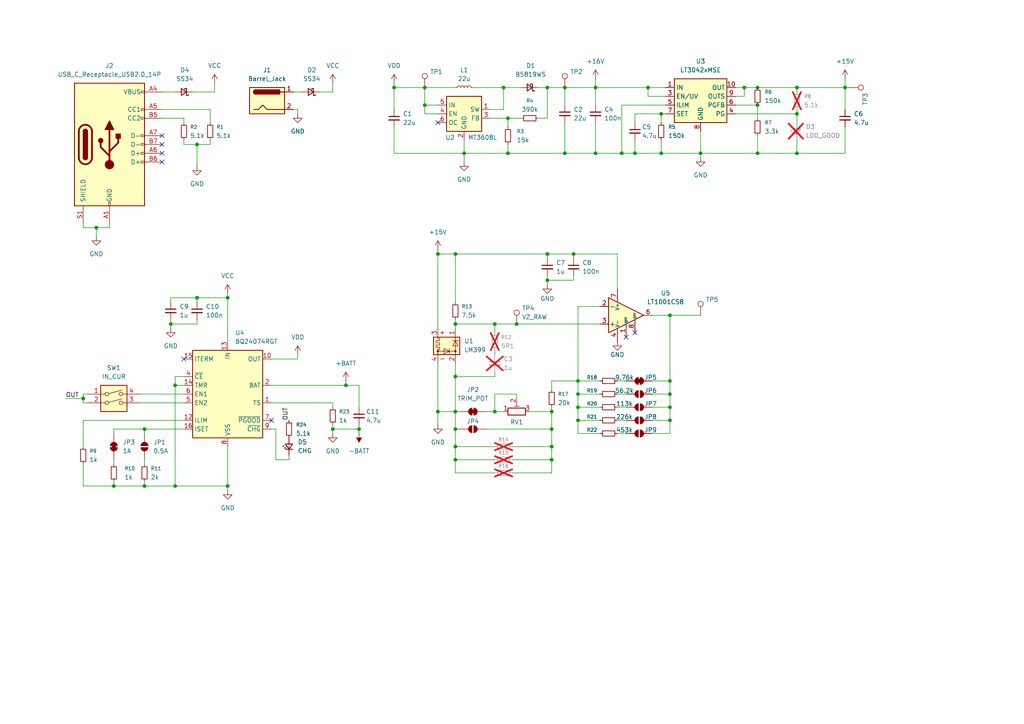
<source format=kicad_sch>
(kicad_sch
	(version 20250114)
	(generator "eeschema")
	(generator_version "9.0")
	(uuid "40d689c8-3e12-43dc-a795-c564ff8f7e42")
	(paper "A4")
	
	(junction
		(at 49.53 93.98)
		(diameter 0)
		(color 0 0 0 0)
		(uuid "014739f6-0175-41ca-bd20-19f5eeffa10b")
	)
	(junction
		(at 57.15 86.36)
		(diameter 0)
		(color 0 0 0 0)
		(uuid "084d00ae-b643-403d-ad98-6861c3e1bdd0")
	)
	(junction
		(at 50.8 111.76)
		(diameter 0)
		(color 0 0 0 0)
		(uuid "1ad379f5-e8e0-47b9-b20e-dd349f9fb133")
	)
	(junction
		(at 143.51 119.38)
		(diameter 0)
		(color 0 0 0 0)
		(uuid "1c71b041-7b0b-465d-8858-92c7ba9d0f33")
	)
	(junction
		(at 104.14 124.46)
		(diameter 0)
		(color 0 0 0 0)
		(uuid "1d0f0be0-dddc-4d29-9bce-a5161b18d390")
	)
	(junction
		(at 123.19 30.48)
		(diameter 0)
		(color 0 0 0 0)
		(uuid "1ec4a55f-2ebe-408b-a5aa-7cb7e1d0fa18")
	)
	(junction
		(at 146.05 25.4)
		(diameter 0)
		(color 0 0 0 0)
		(uuid "1f69592f-d4a5-4f57-8065-c5076cb1f970")
	)
	(junction
		(at 132.08 93.98)
		(diameter 0)
		(color 0 0 0 0)
		(uuid "2de910b9-163d-4ecc-9c11-3bb1db0157b2")
	)
	(junction
		(at 114.3 25.4)
		(diameter 0)
		(color 0 0 0 0)
		(uuid "2e8535e0-5658-43d8-974a-9ef74ea29ed0")
	)
	(junction
		(at 41.91 124.46)
		(diameter 0)
		(color 0 0 0 0)
		(uuid "39568e96-ec88-4f25-8ae9-c9e821474cc2")
	)
	(junction
		(at 194.31 118.11)
		(diameter 0)
		(color 0 0 0 0)
		(uuid "398d0644-96d5-4f15-8560-a95910d59ad8")
	)
	(junction
		(at 172.72 25.4)
		(diameter 0)
		(color 0 0 0 0)
		(uuid "3edb1da0-c947-4036-b072-545b2efcac40")
	)
	(junction
		(at 187.96 25.4)
		(diameter 0)
		(color 0 0 0 0)
		(uuid "4049960a-07d7-4dd6-890b-a4c68fc24466")
	)
	(junction
		(at 231.14 25.4)
		(diameter 0)
		(color 0 0 0 0)
		(uuid "424ed2ff-e5c5-4770-b629-04bc4e51444a")
	)
	(junction
		(at 167.64 121.92)
		(diameter 0)
		(color 0 0 0 0)
		(uuid "42f9b3dd-028c-43d9-97f1-136817ae9cd9")
	)
	(junction
		(at 158.75 81.28)
		(diameter 0)
		(color 0 0 0 0)
		(uuid "471e1703-4a0e-40a3-9174-8c2e2f6ae7cf")
	)
	(junction
		(at 191.77 33.02)
		(diameter 0)
		(color 0 0 0 0)
		(uuid "489e03ce-02bf-4692-8248-10ea64bd778f")
	)
	(junction
		(at 194.31 110.49)
		(diameter 0)
		(color 0 0 0 0)
		(uuid "4f467b31-3735-4fbb-8c3b-2b6489eb5926")
	)
	(junction
		(at 41.91 140.97)
		(diameter 0)
		(color 0 0 0 0)
		(uuid "54011e98-a7c0-49fd-8749-c525eea84ac4")
	)
	(junction
		(at 245.11 25.4)
		(diameter 0)
		(color 0 0 0 0)
		(uuid "5c9d3d6b-a7be-4f5c-b42e-7e4db7212d6f")
	)
	(junction
		(at 166.37 73.66)
		(diameter 0)
		(color 0 0 0 0)
		(uuid "5fb977a9-77d5-4240-ba6f-4527d3ff3c7d")
	)
	(junction
		(at 184.15 44.45)
		(diameter 0)
		(color 0 0 0 0)
		(uuid "61fda276-8f90-4f94-b143-015848df1754")
	)
	(junction
		(at 160.02 133.35)
		(diameter 0)
		(color 0 0 0 0)
		(uuid "63aecf52-db4c-4afc-82b0-ae8ef3c20144")
	)
	(junction
		(at 194.31 91.44)
		(diameter 0)
		(color 0 0 0 0)
		(uuid "6ccb8b20-8b7d-4f44-bab7-cb00baa501c0")
	)
	(junction
		(at 167.64 114.3)
		(diameter 0)
		(color 0 0 0 0)
		(uuid "6db70806-faa2-4c38-9327-b7979c347a69")
	)
	(junction
		(at 167.64 118.11)
		(diameter 0)
		(color 0 0 0 0)
		(uuid "72b40464-c649-4bd0-aa0a-bba8afed36f5")
	)
	(junction
		(at 134.62 44.45)
		(diameter 0)
		(color 0 0 0 0)
		(uuid "7422c8fc-f681-46fd-a058-a2714686be94")
	)
	(junction
		(at 123.19 25.4)
		(diameter 0)
		(color 0 0 0 0)
		(uuid "788d1c41-967e-479d-8682-48c2eaee450b")
	)
	(junction
		(at 33.02 140.97)
		(diameter 0)
		(color 0 0 0 0)
		(uuid "789e6dc3-6639-4dfc-a11b-af17cfe765c6")
	)
	(junction
		(at 163.83 44.45)
		(diameter 0)
		(color 0 0 0 0)
		(uuid "7d3a8847-cff7-4d28-805d-6a308f2a8c94")
	)
	(junction
		(at 172.72 44.45)
		(diameter 0)
		(color 0 0 0 0)
		(uuid "8e60d5d4-6cf2-46dc-800d-b5f4be443fb6")
	)
	(junction
		(at 66.04 140.97)
		(diameter 0)
		(color 0 0 0 0)
		(uuid "9809bb76-c78d-4e04-8c7d-91094fb16a6f")
	)
	(junction
		(at 132.08 119.38)
		(diameter 0)
		(color 0 0 0 0)
		(uuid "9e44fabc-cafd-439c-b14d-8ebe9c9b702a")
	)
	(junction
		(at 132.08 73.66)
		(diameter 0)
		(color 0 0 0 0)
		(uuid "a0c7a5c6-ce13-4727-b27f-435795055c9f")
	)
	(junction
		(at 194.31 121.92)
		(diameter 0)
		(color 0 0 0 0)
		(uuid "a5669d46-4ea2-4123-aadb-5c44ffe664ae")
	)
	(junction
		(at 127 119.38)
		(diameter 0)
		(color 0 0 0 0)
		(uuid "a9a4c45e-32dc-4fab-9909-958d01540a00")
	)
	(junction
		(at 127 73.66)
		(diameter 0)
		(color 0 0 0 0)
		(uuid "ab399757-8681-4e7f-9205-4544c4c5f402")
	)
	(junction
		(at 132.08 124.46)
		(diameter 0)
		(color 0 0 0 0)
		(uuid "ad2729b3-9b5e-49ae-97b9-af4f4b261f34")
	)
	(junction
		(at 219.71 30.48)
		(diameter 0)
		(color 0 0 0 0)
		(uuid "b82ede53-90ed-48d1-bea9-4104f379afc5")
	)
	(junction
		(at 132.08 109.22)
		(diameter 0)
		(color 0 0 0 0)
		(uuid "ba055c06-dcba-4b9a-aa5f-e9cb3c1351dd")
	)
	(junction
		(at 132.08 133.35)
		(diameter 0)
		(color 0 0 0 0)
		(uuid "c005f72b-ea33-49e6-a269-71f139290428")
	)
	(junction
		(at 147.32 44.45)
		(diameter 0)
		(color 0 0 0 0)
		(uuid "c2a959d5-b238-4b84-a15a-acb315cd15cc")
	)
	(junction
		(at 194.31 114.3)
		(diameter 0)
		(color 0 0 0 0)
		(uuid "c605e4f3-78bf-42e5-937f-4f8193be3595")
	)
	(junction
		(at 215.9 25.4)
		(diameter 0)
		(color 0 0 0 0)
		(uuid "c67d1f79-37e6-4f72-af4b-5cf950baacfa")
	)
	(junction
		(at 100.33 111.76)
		(diameter 0)
		(color 0 0 0 0)
		(uuid "c6f4c636-6e2f-43f1-84e8-8ae9db8282e8")
	)
	(junction
		(at 158.75 25.4)
		(diameter 0)
		(color 0 0 0 0)
		(uuid "c833f550-0573-4880-86f0-9e295e939892")
	)
	(junction
		(at 147.32 34.29)
		(diameter 0)
		(color 0 0 0 0)
		(uuid "c94d0cc9-6bc1-4754-bd28-65de53e10426")
	)
	(junction
		(at 191.77 44.45)
		(diameter 0)
		(color 0 0 0 0)
		(uuid "cf41cdf7-fde7-432f-99eb-16323cc55702")
	)
	(junction
		(at 160.02 129.54)
		(diameter 0)
		(color 0 0 0 0)
		(uuid "cfa1b7ef-057d-4c45-81d5-6d67a64d5645")
	)
	(junction
		(at 219.71 44.45)
		(diameter 0)
		(color 0 0 0 0)
		(uuid "d2ac517b-e4d1-451b-88d6-ce79ab342103")
	)
	(junction
		(at 167.64 110.49)
		(diameter 0)
		(color 0 0 0 0)
		(uuid "d389412d-44a5-4412-8ce4-580253783f8e")
	)
	(junction
		(at 57.15 41.91)
		(diameter 0)
		(color 0 0 0 0)
		(uuid "d48daa3f-b6ad-4771-b5e8-58d8cb01f2d5")
	)
	(junction
		(at 96.52 124.46)
		(diameter 0)
		(color 0 0 0 0)
		(uuid "d7e661ba-9a97-4684-a71a-36967293f17b")
	)
	(junction
		(at 163.83 25.4)
		(diameter 0)
		(color 0 0 0 0)
		(uuid "d83c4d3a-9d4b-4736-bfd0-96a7c89217e5")
	)
	(junction
		(at 231.14 44.45)
		(diameter 0)
		(color 0 0 0 0)
		(uuid "d9fb22a0-b980-4cca-9e44-4b65bf43a1bd")
	)
	(junction
		(at 160.02 119.38)
		(diameter 0)
		(color 0 0 0 0)
		(uuid "dac70e15-0258-4b22-afe9-a468a9a0852d")
	)
	(junction
		(at 143.51 93.98)
		(diameter 0)
		(color 0 0 0 0)
		(uuid "dddb2ce7-32ce-459b-bdd6-1c1e71e12a65")
	)
	(junction
		(at 132.08 129.54)
		(diameter 0)
		(color 0 0 0 0)
		(uuid "e10a54d8-01ae-4f4f-afb7-4caef7bf54b0")
	)
	(junction
		(at 149.86 93.98)
		(diameter 0)
		(color 0 0 0 0)
		(uuid "e21d11a5-c3eb-4f94-b961-7a035f1b8129")
	)
	(junction
		(at 50.8 140.97)
		(diameter 0)
		(color 0 0 0 0)
		(uuid "e55069ca-e2d5-4bff-ae81-96a8085d85a0")
	)
	(junction
		(at 203.2 44.45)
		(diameter 0)
		(color 0 0 0 0)
		(uuid "e754bd3d-9ace-4913-a67d-da5071b901c8")
	)
	(junction
		(at 66.04 86.36)
		(diameter 0)
		(color 0 0 0 0)
		(uuid "e99bd449-aeec-4694-b526-8e54bf51b7ee")
	)
	(junction
		(at 219.71 25.4)
		(diameter 0)
		(color 0 0 0 0)
		(uuid "ea9ec552-48b1-4162-9adb-202d6bd9a8db")
	)
	(junction
		(at 158.75 73.66)
		(diameter 0)
		(color 0 0 0 0)
		(uuid "ee11cb70-fe3c-4bbe-82d6-a97a1765daa8")
	)
	(junction
		(at 160.02 124.46)
		(diameter 0)
		(color 0 0 0 0)
		(uuid "f08c7d58-f24a-4283-8e5c-a7c2240a170f")
	)
	(junction
		(at 231.14 33.02)
		(diameter 0)
		(color 0 0 0 0)
		(uuid "f20369fc-afb2-4ef0-9153-8d63cde710f5")
	)
	(junction
		(at 180.34 44.45)
		(diameter 0)
		(color 0 0 0 0)
		(uuid "f679b8e7-6f13-4987-95f3-ac4aa8091e54")
	)
	(junction
		(at 24.13 115.57)
		(diameter 0)
		(color 0 0 0 0)
		(uuid "f68d25e4-829f-4fb1-b3d0-70bf3f04f78f")
	)
	(junction
		(at 27.94 66.04)
		(diameter 0)
		(color 0 0 0 0)
		(uuid "f9645379-6af6-49d2-a4ef-f266a7fdebc0")
	)
	(no_connect
		(at 46.99 39.37)
		(uuid "40735f8c-bc42-490c-99d6-c49204c60540")
	)
	(no_connect
		(at 127 35.56)
		(uuid "5125df8f-7879-4e7b-b701-1ffec570c459")
	)
	(no_connect
		(at 181.61 97.79)
		(uuid "84ae1687-1c5d-4f37-8796-5bee11093804")
	)
	(no_connect
		(at 46.99 44.45)
		(uuid "8cf58920-3770-4970-847e-c6e1979ca39a")
	)
	(no_connect
		(at 46.99 41.91)
		(uuid "9531c971-7e8f-4638-9b92-70caca6339ed")
	)
	(no_connect
		(at 46.99 46.99)
		(uuid "962d3918-6111-4d85-9fa0-b7e26d96a7b6")
	)
	(no_connect
		(at 184.15 96.52)
		(uuid "bc6b02f0-801e-4c75-b37d-c3c396134dfd")
	)
	(no_connect
		(at 78.74 121.92)
		(uuid "da4ce5cb-adcc-48a7-8aac-3e5083a20b53")
	)
	(no_connect
		(at 53.34 104.14)
		(uuid "f34f8a90-8540-4fbb-a1f1-c124feaa8440")
	)
	(wire
		(pts
			(xy 163.83 35.56) (xy 163.83 44.45)
		)
		(stroke
			(width 0)
			(type default)
		)
		(uuid "009cf117-e23f-4c7e-941b-7fc9defab4d2")
	)
	(wire
		(pts
			(xy 137.16 25.4) (xy 146.05 25.4)
		)
		(stroke
			(width 0)
			(type default)
		)
		(uuid "00a482bc-8f5d-4ef8-a66f-26b1cd1b8f74")
	)
	(wire
		(pts
			(xy 203.2 45.72) (xy 203.2 44.45)
		)
		(stroke
			(width 0)
			(type default)
		)
		(uuid "010891a6-f210-41e1-891e-5759cf88726e")
	)
	(wire
		(pts
			(xy 167.64 88.9) (xy 167.64 110.49)
		)
		(stroke
			(width 0)
			(type default)
		)
		(uuid "01933143-85f6-4e79-acb4-f564075a7bf8")
	)
	(wire
		(pts
			(xy 49.53 86.36) (xy 57.15 86.36)
		)
		(stroke
			(width 0)
			(type default)
		)
		(uuid "04882085-6669-4099-ad75-af177a9df89e")
	)
	(wire
		(pts
			(xy 78.74 111.76) (xy 100.33 111.76)
		)
		(stroke
			(width 0)
			(type default)
		)
		(uuid "04fa152d-19c8-4b42-af26-0e72ea15f382")
	)
	(wire
		(pts
			(xy 219.71 25.4) (xy 231.14 25.4)
		)
		(stroke
			(width 0)
			(type default)
		)
		(uuid "059e4983-0ede-4d54-bc2b-e3fa91c73873")
	)
	(wire
		(pts
			(xy 57.15 86.36) (xy 66.04 86.36)
		)
		(stroke
			(width 0)
			(type default)
		)
		(uuid "05d3238f-8343-424d-b37a-61f2392d6d56")
	)
	(wire
		(pts
			(xy 24.13 134.62) (xy 24.13 140.97)
		)
		(stroke
			(width 0)
			(type default)
		)
		(uuid "05d7a5bd-e704-42c0-a391-63530e9f2aa5")
	)
	(wire
		(pts
			(xy 147.32 34.29) (xy 151.13 34.29)
		)
		(stroke
			(width 0)
			(type default)
		)
		(uuid "065eeaa4-4cef-4673-aae3-74577ac437e7")
	)
	(wire
		(pts
			(xy 189.23 118.11) (xy 194.31 118.11)
		)
		(stroke
			(width 0)
			(type default)
		)
		(uuid "078a2c77-c3c1-42b2-8803-1845912131b6")
	)
	(wire
		(pts
			(xy 127 30.48) (xy 123.19 30.48)
		)
		(stroke
			(width 0)
			(type default)
		)
		(uuid "08ebfeb5-1794-40d5-907d-6250f284a813")
	)
	(wire
		(pts
			(xy 193.04 33.02) (xy 191.77 33.02)
		)
		(stroke
			(width 0)
			(type default)
		)
		(uuid "0bb646a8-2402-4c76-a9b1-0c292dd707b9")
	)
	(wire
		(pts
			(xy 127 123.19) (xy 127 119.38)
		)
		(stroke
			(width 0)
			(type default)
		)
		(uuid "0d7a5c4b-f308-4440-895b-558aab6c6473")
	)
	(wire
		(pts
			(xy 213.36 33.02) (xy 231.14 33.02)
		)
		(stroke
			(width 0)
			(type default)
		)
		(uuid "0ef7f11f-f97a-45dc-a043-68aad90a5c34")
	)
	(wire
		(pts
			(xy 40.64 116.84) (xy 53.34 116.84)
		)
		(stroke
			(width 0)
			(type default)
		)
		(uuid "105e95df-bcae-487e-9034-3d6549cc9eb9")
	)
	(wire
		(pts
			(xy 53.34 41.91) (xy 57.15 41.91)
		)
		(stroke
			(width 0)
			(type default)
		)
		(uuid "13cd188a-49b2-4b7d-bee6-491eb7f2b6e7")
	)
	(wire
		(pts
			(xy 33.02 134.62) (xy 33.02 133.35)
		)
		(stroke
			(width 0)
			(type default)
		)
		(uuid "13d25d58-e376-4d2d-af25-d54f1453a54f")
	)
	(wire
		(pts
			(xy 41.91 140.97) (xy 50.8 140.97)
		)
		(stroke
			(width 0)
			(type default)
		)
		(uuid "16d485f8-15e0-4451-b0b8-a487a8f199e0")
	)
	(wire
		(pts
			(xy 24.13 64.77) (xy 24.13 66.04)
		)
		(stroke
			(width 0)
			(type default)
		)
		(uuid "16d4988b-9720-4879-a5e3-48a43a82536b")
	)
	(wire
		(pts
			(xy 189.23 91.44) (xy 194.31 91.44)
		)
		(stroke
			(width 0)
			(type default)
		)
		(uuid "171c8063-85ee-4d75-a5cc-612eb1886925")
	)
	(wire
		(pts
			(xy 41.91 124.46) (xy 41.91 125.73)
		)
		(stroke
			(width 0)
			(type default)
		)
		(uuid "188e5cba-878c-4f7b-9ce5-119cfaf1630f")
	)
	(wire
		(pts
			(xy 19.05 115.57) (xy 24.13 115.57)
		)
		(stroke
			(width 0)
			(type default)
		)
		(uuid "1904d3ed-46b2-47bd-b934-953ec07ed735")
	)
	(wire
		(pts
			(xy 184.15 33.02) (xy 191.77 33.02)
		)
		(stroke
			(width 0)
			(type default)
		)
		(uuid "199c624f-3c6f-4e79-bb34-58a98ed10569")
	)
	(wire
		(pts
			(xy 123.19 25.4) (xy 132.08 25.4)
		)
		(stroke
			(width 0)
			(type default)
		)
		(uuid "19d378e1-f23a-4fff-a5e2-9f25fc4b09da")
	)
	(wire
		(pts
			(xy 179.07 118.11) (xy 181.61 118.11)
		)
		(stroke
			(width 0)
			(type default)
		)
		(uuid "19f8b8a2-8700-4c2e-bd87-d805a72623df")
	)
	(wire
		(pts
			(xy 132.08 119.38) (xy 127 119.38)
		)
		(stroke
			(width 0)
			(type default)
		)
		(uuid "1f6b7f50-7cac-4efe-bf5e-2fbe8cb32862")
	)
	(wire
		(pts
			(xy 191.77 44.45) (xy 203.2 44.45)
		)
		(stroke
			(width 0)
			(type default)
		)
		(uuid "20ba5ca5-5cb1-41dc-8a80-142b54421ef1")
	)
	(wire
		(pts
			(xy 53.34 34.29) (xy 53.34 35.56)
		)
		(stroke
			(width 0)
			(type default)
		)
		(uuid "20bf125f-548b-4802-89a3-1a69ba065856")
	)
	(wire
		(pts
			(xy 55.88 26.67) (xy 62.23 26.67)
		)
		(stroke
			(width 0)
			(type default)
		)
		(uuid "247eebe6-bf9c-4ef9-b219-b6da1e38bc62")
	)
	(wire
		(pts
			(xy 142.24 34.29) (xy 147.32 34.29)
		)
		(stroke
			(width 0)
			(type default)
		)
		(uuid "2540705c-da55-4118-858f-3f59ccdf842b")
	)
	(wire
		(pts
			(xy 127 73.66) (xy 127 95.25)
		)
		(stroke
			(width 0)
			(type default)
		)
		(uuid "25dc6062-684f-4c7f-9510-186ea4871615")
	)
	(wire
		(pts
			(xy 33.02 124.46) (xy 41.91 124.46)
		)
		(stroke
			(width 0)
			(type default)
		)
		(uuid "28b25e64-526c-4839-8b1e-cf6406197590")
	)
	(wire
		(pts
			(xy 53.34 121.92) (xy 24.13 121.92)
		)
		(stroke
			(width 0)
			(type default)
		)
		(uuid "2d99f716-c68f-457f-88cb-8e60a0d3ad98")
	)
	(wire
		(pts
			(xy 132.08 109.22) (xy 132.08 119.38)
		)
		(stroke
			(width 0)
			(type default)
		)
		(uuid "2e091ef1-5553-4392-9c0b-68b197fb07f1")
	)
	(wire
		(pts
			(xy 179.07 114.3) (xy 181.61 114.3)
		)
		(stroke
			(width 0)
			(type default)
		)
		(uuid "2eac281a-fbb9-4e96-b4de-065e2257f64c")
	)
	(wire
		(pts
			(xy 166.37 81.28) (xy 158.75 81.28)
		)
		(stroke
			(width 0)
			(type default)
		)
		(uuid "2ef7ac94-1fcc-4d74-9b11-9aab61837503")
	)
	(wire
		(pts
			(xy 24.13 121.92) (xy 24.13 129.54)
		)
		(stroke
			(width 0)
			(type default)
		)
		(uuid "2f65ebdd-f06c-4012-99a1-b8b2542567ab")
	)
	(wire
		(pts
			(xy 140.97 119.38) (xy 143.51 119.38)
		)
		(stroke
			(width 0)
			(type default)
		)
		(uuid "31022717-ef90-4c22-b8e6-366ef1d2a4c7")
	)
	(wire
		(pts
			(xy 41.91 139.7) (xy 41.91 140.97)
		)
		(stroke
			(width 0)
			(type default)
		)
		(uuid "31e8f257-c0ab-428f-be9b-3c24ed85feb0")
	)
	(wire
		(pts
			(xy 60.96 41.91) (xy 57.15 41.91)
		)
		(stroke
			(width 0)
			(type default)
		)
		(uuid "31f9cbef-bcf3-4cb3-ac89-9779cd964400")
	)
	(wire
		(pts
			(xy 114.3 36.83) (xy 114.3 44.45)
		)
		(stroke
			(width 0)
			(type default)
		)
		(uuid "332325e5-bb8d-47ba-911d-25d790faddbe")
	)
	(wire
		(pts
			(xy 24.13 140.97) (xy 33.02 140.97)
		)
		(stroke
			(width 0)
			(type default)
		)
		(uuid "3353e458-7454-4f2e-99c4-1c10c7d89cd2")
	)
	(wire
		(pts
			(xy 96.52 26.67) (xy 92.71 26.67)
		)
		(stroke
			(width 0)
			(type default)
		)
		(uuid "342603c2-6e60-4ba0-ba2a-c3e75a44b192")
	)
	(wire
		(pts
			(xy 231.14 33.02) (xy 231.14 31.75)
		)
		(stroke
			(width 0)
			(type default)
		)
		(uuid "344520f7-23c7-4c0f-bc4c-bc4220e1d1ba")
	)
	(wire
		(pts
			(xy 86.36 104.14) (xy 78.74 104.14)
		)
		(stroke
			(width 0)
			(type default)
		)
		(uuid "3562d9a0-d830-4d28-98da-899dcf2802c4")
	)
	(wire
		(pts
			(xy 215.9 27.94) (xy 215.9 25.4)
		)
		(stroke
			(width 0)
			(type default)
		)
		(uuid "379d0f5a-fe1d-4a06-82f8-5ed3b01654d8")
	)
	(wire
		(pts
			(xy 104.14 124.46) (xy 104.14 125.73)
		)
		(stroke
			(width 0)
			(type default)
		)
		(uuid "396a2fb8-96bc-4df7-ab52-123670a3d37f")
	)
	(wire
		(pts
			(xy 148.59 133.35) (xy 160.02 133.35)
		)
		(stroke
			(width 0)
			(type default)
		)
		(uuid "3ba9d612-6548-4f14-ae1b-48da54b547f2")
	)
	(wire
		(pts
			(xy 33.02 125.73) (xy 33.02 124.46)
		)
		(stroke
			(width 0)
			(type default)
		)
		(uuid "3c5f744d-d225-462d-8645-78c64c2701c8")
	)
	(wire
		(pts
			(xy 180.34 44.45) (xy 184.15 44.45)
		)
		(stroke
			(width 0)
			(type default)
		)
		(uuid "3d5996b2-b551-474e-8603-efd9ed402d36")
	)
	(wire
		(pts
			(xy 166.37 73.66) (xy 179.07 73.66)
		)
		(stroke
			(width 0)
			(type default)
		)
		(uuid "404afe38-7ee8-4659-b529-c5c02e9e0a7f")
	)
	(wire
		(pts
			(xy 167.64 118.11) (xy 167.64 121.92)
		)
		(stroke
			(width 0)
			(type default)
		)
		(uuid "408bd018-83bd-48e6-af17-9ee0ee6b00d8")
	)
	(wire
		(pts
			(xy 189.23 110.49) (xy 194.31 110.49)
		)
		(stroke
			(width 0)
			(type default)
		)
		(uuid "42bd10d2-e29f-4621-940b-498da865b60b")
	)
	(wire
		(pts
			(xy 143.51 119.38) (xy 146.05 119.38)
		)
		(stroke
			(width 0)
			(type default)
		)
		(uuid "43f8d877-8aab-48b2-bb38-c52ffb0042b8")
	)
	(wire
		(pts
			(xy 143.51 114.3) (xy 143.51 119.38)
		)
		(stroke
			(width 0)
			(type default)
		)
		(uuid "48ccbded-eadd-4925-bdc0-54524b005e47")
	)
	(wire
		(pts
			(xy 80.01 133.35) (xy 83.82 133.35)
		)
		(stroke
			(width 0)
			(type default)
		)
		(uuid "4a44b450-0472-44f4-940a-aa1fa5d6b3bf")
	)
	(wire
		(pts
			(xy 132.08 87.63) (xy 132.08 73.66)
		)
		(stroke
			(width 0)
			(type default)
		)
		(uuid "4c043a9e-58c4-49fc-982f-80e94b504d75")
	)
	(wire
		(pts
			(xy 219.71 30.48) (xy 219.71 34.29)
		)
		(stroke
			(width 0)
			(type default)
		)
		(uuid "4d18fc26-cfba-451e-8805-dadc7e0299ea")
	)
	(wire
		(pts
			(xy 123.19 33.02) (xy 123.19 30.48)
		)
		(stroke
			(width 0)
			(type default)
		)
		(uuid "4d903c91-aa76-4324-b56e-fe94d15bf699")
	)
	(wire
		(pts
			(xy 25.4 114.3) (xy 24.13 114.3)
		)
		(stroke
			(width 0)
			(type default)
		)
		(uuid "4dfd4d07-2e5b-48c3-8326-bc811329ff49")
	)
	(wire
		(pts
			(xy 184.15 40.64) (xy 184.15 44.45)
		)
		(stroke
			(width 0)
			(type default)
		)
		(uuid "4eab573d-d80a-41ca-ab7e-fd96be4565e6")
	)
	(wire
		(pts
			(xy 148.59 137.16) (xy 160.02 137.16)
		)
		(stroke
			(width 0)
			(type default)
		)
		(uuid "4fba89bc-a145-456a-8978-2d17e29951db")
	)
	(wire
		(pts
			(xy 132.08 137.16) (xy 143.51 137.16)
		)
		(stroke
			(width 0)
			(type default)
		)
		(uuid "5086f410-0c90-4cee-8cc1-12cb48b595cb")
	)
	(wire
		(pts
			(xy 189.23 121.92) (xy 194.31 121.92)
		)
		(stroke
			(width 0)
			(type default)
		)
		(uuid "51d0783c-8331-4018-931e-25188f447895")
	)
	(wire
		(pts
			(xy 49.53 92.71) (xy 49.53 93.98)
		)
		(stroke
			(width 0)
			(type default)
		)
		(uuid "522058c2-78cf-4b65-93c9-f3e04d9606e0")
	)
	(wire
		(pts
			(xy 60.96 40.64) (xy 60.96 41.91)
		)
		(stroke
			(width 0)
			(type default)
		)
		(uuid "54a4b250-9ea5-4ac2-a8d9-039daf449b16")
	)
	(wire
		(pts
			(xy 127 72.39) (xy 127 73.66)
		)
		(stroke
			(width 0)
			(type default)
		)
		(uuid "54b63162-c4bc-4607-ba0a-d16eaf773191")
	)
	(wire
		(pts
			(xy 184.15 35.56) (xy 184.15 33.02)
		)
		(stroke
			(width 0)
			(type default)
		)
		(uuid "551208c9-2c58-4993-809a-7b6a00fdb621")
	)
	(wire
		(pts
			(xy 24.13 114.3) (xy 24.13 115.57)
		)
		(stroke
			(width 0)
			(type default)
		)
		(uuid "575524d1-92e6-428e-b6f1-609e20610e3d")
	)
	(wire
		(pts
			(xy 147.32 34.29) (xy 147.32 36.83)
		)
		(stroke
			(width 0)
			(type default)
		)
		(uuid "576c4b57-e629-42f1-92db-7d3300c04d6e")
	)
	(wire
		(pts
			(xy 49.53 87.63) (xy 49.53 86.36)
		)
		(stroke
			(width 0)
			(type default)
		)
		(uuid "58bfbe64-60fb-4a37-8d50-77a6a5a3962a")
	)
	(wire
		(pts
			(xy 187.96 25.4) (xy 193.04 25.4)
		)
		(stroke
			(width 0)
			(type default)
		)
		(uuid "58fb57a1-fcda-44fb-a99c-9cd84c6ed76b")
	)
	(wire
		(pts
			(xy 160.02 110.49) (xy 167.64 110.49)
		)
		(stroke
			(width 0)
			(type default)
		)
		(uuid "59634e04-b3ea-4ec4-8cc1-8c951c2b937d")
	)
	(wire
		(pts
			(xy 245.11 44.45) (xy 231.14 44.45)
		)
		(stroke
			(width 0)
			(type default)
		)
		(uuid "5baa7d26-455a-4e9e-befe-2b2bba9bdcff")
	)
	(wire
		(pts
			(xy 149.86 115.57) (xy 149.86 114.3)
		)
		(stroke
			(width 0)
			(type default)
		)
		(uuid "5be3df5b-fc75-4bd4-a547-107f017e44b8")
	)
	(wire
		(pts
			(xy 245.11 22.86) (xy 245.11 25.4)
		)
		(stroke
			(width 0)
			(type default)
		)
		(uuid "5d4d4858-854d-4c41-bc7d-8bacbde381d8")
	)
	(wire
		(pts
			(xy 245.11 36.83) (xy 245.11 44.45)
		)
		(stroke
			(width 0)
			(type default)
		)
		(uuid "5df9125d-a323-4ce0-8fed-6862f201d507")
	)
	(wire
		(pts
			(xy 172.72 30.48) (xy 172.72 25.4)
		)
		(stroke
			(width 0)
			(type default)
		)
		(uuid "5e074fc3-ddd1-44d6-bc0b-0f27da732381")
	)
	(wire
		(pts
			(xy 147.32 44.45) (xy 134.62 44.45)
		)
		(stroke
			(width 0)
			(type default)
		)
		(uuid "5f7cb855-db42-4a50-8990-bbed32260cf4")
	)
	(wire
		(pts
			(xy 78.74 116.84) (xy 96.52 116.84)
		)
		(stroke
			(width 0)
			(type default)
		)
		(uuid "60ccd6cf-8b23-4206-9077-0f9338554bef")
	)
	(wire
		(pts
			(xy 158.75 25.4) (xy 163.83 25.4)
		)
		(stroke
			(width 0)
			(type default)
		)
		(uuid "625c023b-d8e8-46da-9c50-77eb8058f34b")
	)
	(wire
		(pts
			(xy 24.13 66.04) (xy 27.94 66.04)
		)
		(stroke
			(width 0)
			(type default)
		)
		(uuid "628cd159-2bf7-47c4-ab84-73771559db93")
	)
	(wire
		(pts
			(xy 57.15 92.71) (xy 57.15 93.98)
		)
		(stroke
			(width 0)
			(type default)
		)
		(uuid "62d31b25-510f-4b28-a269-a0936d6dd762")
	)
	(wire
		(pts
			(xy 57.15 93.98) (xy 49.53 93.98)
		)
		(stroke
			(width 0)
			(type default)
		)
		(uuid "63099b8e-37c3-41af-b05b-a22ff875bca8")
	)
	(wire
		(pts
			(xy 189.23 114.3) (xy 194.31 114.3)
		)
		(stroke
			(width 0)
			(type default)
		)
		(uuid "6384cfa9-d60a-4527-beb1-5a4427d85e50")
	)
	(wire
		(pts
			(xy 31.75 66.04) (xy 27.94 66.04)
		)
		(stroke
			(width 0)
			(type default)
		)
		(uuid "63999278-6b9c-49ec-9880-a302dea1f615")
	)
	(wire
		(pts
			(xy 160.02 119.38) (xy 153.67 119.38)
		)
		(stroke
			(width 0)
			(type default)
		)
		(uuid "64758e4e-6170-4d9c-ab1a-e058514208d8")
	)
	(wire
		(pts
			(xy 104.14 111.76) (xy 100.33 111.76)
		)
		(stroke
			(width 0)
			(type default)
		)
		(uuid "65edb0ad-f51f-4e52-9f36-65284599cb78")
	)
	(wire
		(pts
			(xy 46.99 34.29) (xy 53.34 34.29)
		)
		(stroke
			(width 0)
			(type default)
		)
		(uuid "6676a57c-1603-418c-8dbd-79d089652798")
	)
	(wire
		(pts
			(xy 96.52 124.46) (xy 96.52 125.73)
		)
		(stroke
			(width 0)
			(type default)
		)
		(uuid "67ca55b8-9acb-484a-88b9-a11fb46e8c16")
	)
	(wire
		(pts
			(xy 179.07 110.49) (xy 181.61 110.49)
		)
		(stroke
			(width 0)
			(type default)
		)
		(uuid "692784ad-a88a-407b-804e-f7dd38b92dbf")
	)
	(wire
		(pts
			(xy 78.74 124.46) (xy 80.01 124.46)
		)
		(stroke
			(width 0)
			(type default)
		)
		(uuid "698ba454-1d54-4154-bee4-b92943ef779b")
	)
	(wire
		(pts
			(xy 194.31 91.44) (xy 203.2 91.44)
		)
		(stroke
			(width 0)
			(type default)
		)
		(uuid "6a0b17aa-6057-464f-9f16-4c259ef97d5e")
	)
	(wire
		(pts
			(xy 158.75 74.93) (xy 158.75 73.66)
		)
		(stroke
			(width 0)
			(type default)
		)
		(uuid "6b64d7dd-9489-42df-b73a-cf80b4b98129")
	)
	(wire
		(pts
			(xy 213.36 27.94) (xy 215.9 27.94)
		)
		(stroke
			(width 0)
			(type default)
		)
		(uuid "6c03a87c-dce3-4afe-bded-7f159d4f7c71")
	)
	(wire
		(pts
			(xy 194.31 114.3) (xy 194.31 118.11)
		)
		(stroke
			(width 0)
			(type default)
		)
		(uuid "6c4854df-4e45-444f-9064-23e2a8f9130b")
	)
	(wire
		(pts
			(xy 104.14 123.19) (xy 104.14 124.46)
		)
		(stroke
			(width 0)
			(type default)
		)
		(uuid "6d8446ba-3e0d-4e28-92e8-a1db85879a69")
	)
	(wire
		(pts
			(xy 246.38 25.4) (xy 245.11 25.4)
		)
		(stroke
			(width 0)
			(type default)
		)
		(uuid "6e7110b5-022c-4554-b04a-031dff529918")
	)
	(wire
		(pts
			(xy 180.34 30.48) (xy 180.34 44.45)
		)
		(stroke
			(width 0)
			(type default)
		)
		(uuid "6e8755bb-73fd-4fb3-aa26-dd4bb77a9f2f")
	)
	(wire
		(pts
			(xy 158.75 73.66) (xy 132.08 73.66)
		)
		(stroke
			(width 0)
			(type default)
		)
		(uuid "6eb6f756-d4aa-448d-bf49-fa564bbeafbe")
	)
	(wire
		(pts
			(xy 172.72 25.4) (xy 187.96 25.4)
		)
		(stroke
			(width 0)
			(type default)
		)
		(uuid "6ec20e95-b794-4d07-a345-c1064bd5979c")
	)
	(wire
		(pts
			(xy 86.36 31.75) (xy 86.36 33.02)
		)
		(stroke
			(width 0)
			(type default)
		)
		(uuid "6ed02435-f0f0-4443-aacc-a731dab6dfa0")
	)
	(wire
		(pts
			(xy 46.99 31.75) (xy 60.96 31.75)
		)
		(stroke
			(width 0)
			(type default)
		)
		(uuid "712656fb-16e5-4fc9-aa71-c938d1fe2da2")
	)
	(wire
		(pts
			(xy 231.14 33.02) (xy 231.14 35.56)
		)
		(stroke
			(width 0)
			(type default)
		)
		(uuid "71533026-136a-43bc-a2db-73334cf24b9e")
	)
	(wire
		(pts
			(xy 160.02 137.16) (xy 160.02 133.35)
		)
		(stroke
			(width 0)
			(type default)
		)
		(uuid "71d21d6b-3bc2-470a-baaf-3e0598294a3e")
	)
	(wire
		(pts
			(xy 85.09 26.67) (xy 87.63 26.67)
		)
		(stroke
			(width 0)
			(type default)
		)
		(uuid "729beedb-09d2-4f96-83f8-3d588f8a0736")
	)
	(wire
		(pts
			(xy 187.96 27.94) (xy 187.96 25.4)
		)
		(stroke
			(width 0)
			(type default)
		)
		(uuid "7565d224-ddfd-4d10-810a-9b2532d0fad0")
	)
	(wire
		(pts
			(xy 50.8 111.76) (xy 50.8 140.97)
		)
		(stroke
			(width 0)
			(type default)
		)
		(uuid "7650708f-4fb4-4366-aeb1-9ad868028caf")
	)
	(wire
		(pts
			(xy 46.99 26.67) (xy 50.8 26.67)
		)
		(stroke
			(width 0)
			(type default)
		)
		(uuid "76f524d9-6759-46e5-873b-3402174f6290")
	)
	(wire
		(pts
			(xy 57.15 41.91) (xy 57.15 48.26)
		)
		(stroke
			(width 0)
			(type default)
		)
		(uuid "7713c589-de26-4bfb-9ff6-4df206388c85")
	)
	(wire
		(pts
			(xy 219.71 39.37) (xy 219.71 44.45)
		)
		(stroke
			(width 0)
			(type default)
		)
		(uuid "78715611-fe2f-41ef-ad67-c5a80d0b9a0b")
	)
	(wire
		(pts
			(xy 96.52 24.13) (xy 96.52 26.67)
		)
		(stroke
			(width 0)
			(type default)
		)
		(uuid "7aab5c26-ab90-4b12-9ca0-c55b968e6a96")
	)
	(wire
		(pts
			(xy 231.14 40.64) (xy 231.14 44.45)
		)
		(stroke
			(width 0)
			(type default)
		)
		(uuid "7c53e029-6136-45ff-8b62-11da0a06df8a")
	)
	(wire
		(pts
			(xy 158.75 80.01) (xy 158.75 81.28)
		)
		(stroke
			(width 0)
			(type default)
		)
		(uuid "7f7bce67-1025-41e7-bb95-7e1edc5e1454")
	)
	(wire
		(pts
			(xy 158.75 34.29) (xy 158.75 25.4)
		)
		(stroke
			(width 0)
			(type default)
		)
		(uuid "7fdef218-6a31-4058-9b29-a07b235074c2")
	)
	(wire
		(pts
			(xy 100.33 110.49) (xy 100.33 111.76)
		)
		(stroke
			(width 0)
			(type default)
		)
		(uuid "836e77ab-39cc-4ae5-99d2-6d469afcab2b")
	)
	(wire
		(pts
			(xy 132.08 133.35) (xy 132.08 137.16)
		)
		(stroke
			(width 0)
			(type default)
		)
		(uuid "84ca7128-fae7-45e6-b245-271b93cf2b1c")
	)
	(wire
		(pts
			(xy 184.15 44.45) (xy 191.77 44.45)
		)
		(stroke
			(width 0)
			(type default)
		)
		(uuid "863f7757-b747-47bb-8ed4-97487d62b223")
	)
	(wire
		(pts
			(xy 167.64 110.49) (xy 167.64 114.3)
		)
		(stroke
			(width 0)
			(type default)
		)
		(uuid "8744b0b9-2cb5-4c5e-ba5e-4e55ac7d5a84")
	)
	(wire
		(pts
			(xy 160.02 129.54) (xy 160.02 124.46)
		)
		(stroke
			(width 0)
			(type default)
		)
		(uuid "87f204e6-1847-43fc-8f25-ef013b88a890")
	)
	(wire
		(pts
			(xy 160.02 133.35) (xy 160.02 129.54)
		)
		(stroke
			(width 0)
			(type default)
		)
		(uuid "885d9244-0c6c-4947-bd82-c00ce0868ecb")
	)
	(wire
		(pts
			(xy 127 33.02) (xy 123.19 33.02)
		)
		(stroke
			(width 0)
			(type default)
		)
		(uuid "891daa99-0e60-4b0e-a40e-d5671162d912")
	)
	(wire
		(pts
			(xy 53.34 40.64) (xy 53.34 41.91)
		)
		(stroke
			(width 0)
			(type default)
		)
		(uuid "8be093f6-91d4-4b42-8576-976f4b2d94ca")
	)
	(wire
		(pts
			(xy 219.71 44.45) (xy 231.14 44.45)
		)
		(stroke
			(width 0)
			(type default)
		)
		(uuid "8bfd6d15-e419-4d1e-bfd2-d5cea7030919")
	)
	(wire
		(pts
			(xy 160.02 118.11) (xy 160.02 119.38)
		)
		(stroke
			(width 0)
			(type default)
		)
		(uuid "8d0baa0a-a578-490e-a207-6373e8fea32b")
	)
	(wire
		(pts
			(xy 114.3 44.45) (xy 134.62 44.45)
		)
		(stroke
			(width 0)
			(type default)
		)
		(uuid "8d8ce977-ed54-4b96-a542-35bb40edf883")
	)
	(wire
		(pts
			(xy 245.11 25.4) (xy 231.14 25.4)
		)
		(stroke
			(width 0)
			(type default)
		)
		(uuid "90508284-292e-4e16-88fa-c049aa26bca7")
	)
	(wire
		(pts
			(xy 114.3 25.4) (xy 123.19 25.4)
		)
		(stroke
			(width 0)
			(type default)
		)
		(uuid "905df94b-13f7-47f3-91e5-98f20c8ba6a5")
	)
	(wire
		(pts
			(xy 203.2 38.1) (xy 203.2 44.45)
		)
		(stroke
			(width 0)
			(type default)
		)
		(uuid "912ac608-1708-4a20-b88b-635c5fe75a52")
	)
	(wire
		(pts
			(xy 104.14 111.76) (xy 104.14 118.11)
		)
		(stroke
			(width 0)
			(type default)
		)
		(uuid "930e894c-315d-45c1-bfe7-6a3e844a0f88")
	)
	(wire
		(pts
			(xy 33.02 139.7) (xy 33.02 140.97)
		)
		(stroke
			(width 0)
			(type default)
		)
		(uuid "95c355ca-fc20-48f6-9d09-5ab448e50618")
	)
	(wire
		(pts
			(xy 132.08 109.22) (xy 143.51 109.22)
		)
		(stroke
			(width 0)
			(type default)
		)
		(uuid "95c53430-2366-445f-b110-cc0f130811e0")
	)
	(wire
		(pts
			(xy 53.34 109.22) (xy 50.8 109.22)
		)
		(stroke
			(width 0)
			(type default)
		)
		(uuid "97846049-3d4a-4017-88af-5b3818a9ae70")
	)
	(wire
		(pts
			(xy 180.34 30.48) (xy 193.04 30.48)
		)
		(stroke
			(width 0)
			(type default)
		)
		(uuid "9bb63086-e967-451e-b9b4-c678a2aaff24")
	)
	(wire
		(pts
			(xy 127 73.66) (xy 132.08 73.66)
		)
		(stroke
			(width 0)
			(type default)
		)
		(uuid "9cc6a8a4-a4ed-44c1-a6ed-08cff8206b5e")
	)
	(wire
		(pts
			(xy 132.08 105.41) (xy 132.08 109.22)
		)
		(stroke
			(width 0)
			(type default)
		)
		(uuid "9ce40948-412f-4b52-96c0-719a8e8a15f0")
	)
	(wire
		(pts
			(xy 114.3 24.13) (xy 114.3 25.4)
		)
		(stroke
			(width 0)
			(type default)
		)
		(uuid "a06345e4-c712-425c-9655-82d8e54bd29a")
	)
	(wire
		(pts
			(xy 167.64 125.73) (xy 173.99 125.73)
		)
		(stroke
			(width 0)
			(type default)
		)
		(uuid "a17af79a-a7fe-4f88-829e-68bb3fa2bf8e")
	)
	(wire
		(pts
			(xy 158.75 82.55) (xy 158.75 81.28)
		)
		(stroke
			(width 0)
			(type default)
		)
		(uuid "a20e4668-89e4-4ee9-87ea-decd5528b775")
	)
	(wire
		(pts
			(xy 132.08 93.98) (xy 132.08 92.71)
		)
		(stroke
			(width 0)
			(type default)
		)
		(uuid "a2199951-2b54-41a4-8b65-4c6e1d8512d4")
	)
	(wire
		(pts
			(xy 123.19 30.48) (xy 123.19 25.4)
		)
		(stroke
			(width 0)
			(type default)
		)
		(uuid "a22999da-4519-4159-90ee-506345caa79e")
	)
	(wire
		(pts
			(xy 134.62 44.45) (xy 134.62 40.64)
		)
		(stroke
			(width 0)
			(type default)
		)
		(uuid "a287855b-fcda-476d-805d-7a26be56e449")
	)
	(wire
		(pts
			(xy 134.62 46.99) (xy 134.62 44.45)
		)
		(stroke
			(width 0)
			(type default)
		)
		(uuid "a3ce8731-57d3-4b91-9b6e-35147938771d")
	)
	(wire
		(pts
			(xy 66.04 129.54) (xy 66.04 140.97)
		)
		(stroke
			(width 0)
			(type default)
		)
		(uuid "a3fd9d97-f63e-47a3-a233-984c2a1f987b")
	)
	(wire
		(pts
			(xy 143.51 101.6) (xy 143.51 102.87)
		)
		(stroke
			(width 0)
			(type default)
		)
		(uuid "a54e630f-4422-45d1-9443-7810c9d384c6")
	)
	(wire
		(pts
			(xy 62.23 24.13) (xy 62.23 26.67)
		)
		(stroke
			(width 0)
			(type default)
		)
		(uuid "a66b3fcc-36d1-4ff7-9b0c-a06e0fc51c11")
	)
	(wire
		(pts
			(xy 66.04 85.09) (xy 66.04 86.36)
		)
		(stroke
			(width 0)
			(type default)
		)
		(uuid "a8e78860-bbfa-475b-ab44-dd8d683a517c")
	)
	(wire
		(pts
			(xy 148.59 129.54) (xy 160.02 129.54)
		)
		(stroke
			(width 0)
			(type default)
		)
		(uuid "a9f03636-84af-4646-8db4-5080850493c4")
	)
	(wire
		(pts
			(xy 132.08 124.46) (xy 133.35 124.46)
		)
		(stroke
			(width 0)
			(type default)
		)
		(uuid "aa930656-3510-43d8-bba7-d6fa383fffdb")
	)
	(wire
		(pts
			(xy 163.83 44.45) (xy 147.32 44.45)
		)
		(stroke
			(width 0)
			(type default)
		)
		(uuid "aaead968-4741-4336-a2b0-7327474261cf")
	)
	(wire
		(pts
			(xy 160.02 113.03) (xy 160.02 110.49)
		)
		(stroke
			(width 0)
			(type default)
		)
		(uuid "ab060ece-f95b-44f6-b8d2-c24dfd2dcb7b")
	)
	(wire
		(pts
			(xy 149.86 114.3) (xy 143.51 114.3)
		)
		(stroke
			(width 0)
			(type default)
		)
		(uuid "abc42531-de15-491d-9987-1c1d68ba489a")
	)
	(wire
		(pts
			(xy 146.05 25.4) (xy 146.05 31.75)
		)
		(stroke
			(width 0)
			(type default)
		)
		(uuid "ac8800c5-9083-4ba1-b8ed-01d2c406122b")
	)
	(wire
		(pts
			(xy 24.13 115.57) (xy 24.13 116.84)
		)
		(stroke
			(width 0)
			(type default)
		)
		(uuid "ad0da488-072c-4f9c-a9a8-ced80f612fe7")
	)
	(wire
		(pts
			(xy 245.11 25.4) (xy 245.11 31.75)
		)
		(stroke
			(width 0)
			(type default)
		)
		(uuid "b0a7ab26-3d69-4840-af77-19747a219e50")
	)
	(wire
		(pts
			(xy 219.71 25.4) (xy 215.9 25.4)
		)
		(stroke
			(width 0)
			(type default)
		)
		(uuid "b13a3e69-f5c5-4954-87e6-1d85d4a7c23a")
	)
	(wire
		(pts
			(xy 40.64 114.3) (xy 53.34 114.3)
		)
		(stroke
			(width 0)
			(type default)
		)
		(uuid "b1a28d21-eac5-4be2-8991-f5fdbe5756e9")
	)
	(wire
		(pts
			(xy 172.72 44.45) (xy 180.34 44.45)
		)
		(stroke
			(width 0)
			(type default)
		)
		(uuid "b5592f54-8267-44b5-ae86-3a91600d3c16")
	)
	(wire
		(pts
			(xy 191.77 40.64) (xy 191.77 44.45)
		)
		(stroke
			(width 0)
			(type default)
		)
		(uuid "b82dd9ec-dbef-439b-9ee8-f0ac633efed5")
	)
	(wire
		(pts
			(xy 33.02 140.97) (xy 41.91 140.97)
		)
		(stroke
			(width 0)
			(type default)
		)
		(uuid "b8d3d65a-6342-4179-91ec-16263d69374c")
	)
	(wire
		(pts
			(xy 179.07 83.82) (xy 179.07 73.66)
		)
		(stroke
			(width 0)
			(type default)
		)
		(uuid "bb6ec77a-d58e-4461-a6b2-647817b590c3")
	)
	(wire
		(pts
			(xy 149.86 93.98) (xy 173.99 93.98)
		)
		(stroke
			(width 0)
			(type default)
		)
		(uuid "bb9631a4-bedb-42ec-ad13-021e17efe41f")
	)
	(wire
		(pts
			(xy 132.08 129.54) (xy 132.08 133.35)
		)
		(stroke
			(width 0)
			(type default)
		)
		(uuid "bbff9fb9-71d9-4099-9d5c-44d36394b442")
	)
	(wire
		(pts
			(xy 86.36 102.87) (xy 86.36 104.14)
		)
		(stroke
			(width 0)
			(type default)
		)
		(uuid "bc5893b2-f405-4059-b517-64b1930feae4")
	)
	(wire
		(pts
			(xy 143.51 93.98) (xy 143.51 96.52)
		)
		(stroke
			(width 0)
			(type default)
		)
		(uuid "bcf5fcb6-340c-48a3-8f22-51a3c4e6d428")
	)
	(wire
		(pts
			(xy 41.91 124.46) (xy 53.34 124.46)
		)
		(stroke
			(width 0)
			(type default)
		)
		(uuid "be38fb0d-7dd8-4111-8863-e593b4c17014")
	)
	(wire
		(pts
			(xy 163.83 44.45) (xy 172.72 44.45)
		)
		(stroke
			(width 0)
			(type default)
		)
		(uuid "be4d6bdc-c396-45e5-bbc3-c6f44db75c23")
	)
	(wire
		(pts
			(xy 189.23 125.73) (xy 194.31 125.73)
		)
		(stroke
			(width 0)
			(type default)
		)
		(uuid "c30e7d25-0d53-49e3-99bc-07be7a0f0cdd")
	)
	(wire
		(pts
			(xy 96.52 124.46) (xy 104.14 124.46)
		)
		(stroke
			(width 0)
			(type default)
		)
		(uuid "c3ee8046-6afd-4180-881e-b1acd19cc62c")
	)
	(wire
		(pts
			(xy 147.32 41.91) (xy 147.32 44.45)
		)
		(stroke
			(width 0)
			(type default)
		)
		(uuid "c458dcba-2358-4b87-b6eb-4cc90c1837a5")
	)
	(wire
		(pts
			(xy 132.08 124.46) (xy 132.08 129.54)
		)
		(stroke
			(width 0)
			(type default)
		)
		(uuid "c5233203-a5a2-472c-8215-cf820990be3a")
	)
	(wire
		(pts
			(xy 114.3 25.4) (xy 114.3 31.75)
		)
		(stroke
			(width 0)
			(type default)
		)
		(uuid "c6f79d02-27d3-4029-905d-a47e9e95b2bd")
	)
	(wire
		(pts
			(xy 179.07 121.92) (xy 181.61 121.92)
		)
		(stroke
			(width 0)
			(type default)
		)
		(uuid "c7eaee4a-bdf7-4871-a557-e22fb606c1eb")
	)
	(wire
		(pts
			(xy 167.64 114.3) (xy 173.99 114.3)
		)
		(stroke
			(width 0)
			(type default)
		)
		(uuid "c924dd46-1fab-4bf2-979e-8fc9f6bd35d0")
	)
	(wire
		(pts
			(xy 158.75 73.66) (xy 166.37 73.66)
		)
		(stroke
			(width 0)
			(type default)
		)
		(uuid "ca101963-22a6-42f2-97c8-f51123a74f7f")
	)
	(wire
		(pts
			(xy 191.77 33.02) (xy 191.77 35.56)
		)
		(stroke
			(width 0)
			(type default)
		)
		(uuid "cacdc72e-7572-468c-b4d4-522ca656d6ab")
	)
	(wire
		(pts
			(xy 60.96 31.75) (xy 60.96 35.56)
		)
		(stroke
			(width 0)
			(type default)
		)
		(uuid "cb8f0798-d7c1-4ab5-913d-d69cd6ee6adf")
	)
	(wire
		(pts
			(xy 194.31 118.11) (xy 194.31 121.92)
		)
		(stroke
			(width 0)
			(type default)
		)
		(uuid "cc341556-6c69-4bd2-a3b8-4c99d23cb4c7")
	)
	(wire
		(pts
			(xy 172.72 44.45) (xy 172.72 35.56)
		)
		(stroke
			(width 0)
			(type default)
		)
		(uuid "d0fa4f1d-cae7-4c64-81a3-9da531906768")
	)
	(wire
		(pts
			(xy 172.72 22.86) (xy 172.72 25.4)
		)
		(stroke
			(width 0)
			(type default)
		)
		(uuid "d1410d61-0d0d-40d8-8977-8b63b351c995")
	)
	(wire
		(pts
			(xy 24.13 116.84) (xy 25.4 116.84)
		)
		(stroke
			(width 0)
			(type default)
		)
		(uuid "d245ae96-9cf0-412e-83d1-b9fb13f805ff")
	)
	(wire
		(pts
			(xy 66.04 140.97) (xy 66.04 142.24)
		)
		(stroke
			(width 0)
			(type default)
		)
		(uuid "d2675eb0-2e6c-421e-9875-b92112ac46be")
	)
	(wire
		(pts
			(xy 132.08 93.98) (xy 143.51 93.98)
		)
		(stroke
			(width 0)
			(type default)
		)
		(uuid "d3511eda-6e69-4124-8f80-3031f5abd14e")
	)
	(wire
		(pts
			(xy 50.8 111.76) (xy 53.34 111.76)
		)
		(stroke
			(width 0)
			(type default)
		)
		(uuid "d47cfa3f-c568-4cd9-8764-e12f4bc530e0")
	)
	(wire
		(pts
			(xy 194.31 121.92) (xy 194.31 125.73)
		)
		(stroke
			(width 0)
			(type default)
		)
		(uuid "d602b48d-f5dd-4ff6-9751-1635e1a47275")
	)
	(wire
		(pts
			(xy 231.14 26.67) (xy 231.14 25.4)
		)
		(stroke
			(width 0)
			(type default)
		)
		(uuid "d6882e88-f24c-46b0-836d-921544dc5814")
	)
	(wire
		(pts
			(xy 41.91 133.35) (xy 41.91 134.62)
		)
		(stroke
			(width 0)
			(type default)
		)
		(uuid "d6923bb3-28e1-49da-ad7c-136c24ba9e53")
	)
	(wire
		(pts
			(xy 167.64 110.49) (xy 173.99 110.49)
		)
		(stroke
			(width 0)
			(type default)
		)
		(uuid "d7633bf9-fcd7-4a36-9219-a9bb3847e04f")
	)
	(wire
		(pts
			(xy 215.9 25.4) (xy 213.36 25.4)
		)
		(stroke
			(width 0)
			(type default)
		)
		(uuid "d79c65ac-0a68-49ff-8861-ab1b3633a459")
	)
	(wire
		(pts
			(xy 85.09 31.75) (xy 86.36 31.75)
		)
		(stroke
			(width 0)
			(type default)
		)
		(uuid "d99a38e6-2c9e-4696-b24e-0841ad340731")
	)
	(wire
		(pts
			(xy 140.97 124.46) (xy 160.02 124.46)
		)
		(stroke
			(width 0)
			(type default)
		)
		(uuid "da9a05a4-069f-43b3-800f-4ce92e0d1880")
	)
	(wire
		(pts
			(xy 167.64 121.92) (xy 167.64 125.73)
		)
		(stroke
			(width 0)
			(type default)
		)
		(uuid "dbea783f-1434-42dc-8114-552810412c2c")
	)
	(wire
		(pts
			(xy 193.04 27.94) (xy 187.96 27.94)
		)
		(stroke
			(width 0)
			(type default)
		)
		(uuid "dc90501c-190e-4e88-a248-ef85d7885019")
	)
	(wire
		(pts
			(xy 96.52 116.84) (xy 96.52 118.11)
		)
		(stroke
			(width 0)
			(type default)
		)
		(uuid "dde70b01-51c5-43f7-b656-fbd6cfa0e126")
	)
	(wire
		(pts
			(xy 166.37 73.66) (xy 166.37 74.93)
		)
		(stroke
			(width 0)
			(type default)
		)
		(uuid "e050b069-a1a6-4414-b2fc-236f7fe9a593")
	)
	(wire
		(pts
			(xy 203.2 44.45) (xy 219.71 44.45)
		)
		(stroke
			(width 0)
			(type default)
		)
		(uuid "e11d84eb-e4bd-48e3-882d-3156032ced3a")
	)
	(wire
		(pts
			(xy 143.51 109.22) (xy 143.51 107.95)
		)
		(stroke
			(width 0)
			(type default)
		)
		(uuid "e12ca1c6-9d76-44db-a0e0-fc481b8f56ec")
	)
	(wire
		(pts
			(xy 132.08 133.35) (xy 143.51 133.35)
		)
		(stroke
			(width 0)
			(type default)
		)
		(uuid "e2c192cb-e1a4-4911-9f7b-71f84a6dcc92")
	)
	(wire
		(pts
			(xy 127 105.41) (xy 127 119.38)
		)
		(stroke
			(width 0)
			(type default)
		)
		(uuid "e34ce82d-0136-4c35-935e-e186e74a4a14")
	)
	(wire
		(pts
			(xy 80.01 124.46) (xy 80.01 133.35)
		)
		(stroke
			(width 0)
			(type default)
		)
		(uuid "e47c7c15-0fcc-484f-8f2a-6a6c8a36454a")
	)
	(wire
		(pts
			(xy 167.64 114.3) (xy 167.64 118.11)
		)
		(stroke
			(width 0)
			(type default)
		)
		(uuid "e48b8936-bf6c-4769-be5f-efc28b306bed")
	)
	(wire
		(pts
			(xy 194.31 91.44) (xy 194.31 110.49)
		)
		(stroke
			(width 0)
			(type default)
		)
		(uuid "e6210d6e-5eb3-42dd-948c-49213d920953")
	)
	(wire
		(pts
			(xy 167.64 121.92) (xy 173.99 121.92)
		)
		(stroke
			(width 0)
			(type default)
		)
		(uuid "e631b1ec-2afe-4d36-88bc-9e878b8dfa91")
	)
	(wire
		(pts
			(xy 66.04 86.36) (xy 66.04 99.06)
		)
		(stroke
			(width 0)
			(type default)
		)
		(uuid "e6f23e38-eb79-4a66-a648-f380721f50fb")
	)
	(wire
		(pts
			(xy 194.31 110.49) (xy 194.31 114.3)
		)
		(stroke
			(width 0)
			(type default)
		)
		(uuid "e730940e-2226-440a-8130-09d97483f907")
	)
	(wire
		(pts
			(xy 50.8 140.97) (xy 66.04 140.97)
		)
		(stroke
			(width 0)
			(type default)
		)
		(uuid "e75ca88b-e5e9-4371-b587-ec3ff153a25f")
	)
	(wire
		(pts
			(xy 57.15 86.36) (xy 57.15 87.63)
		)
		(stroke
			(width 0)
			(type default)
		)
		(uuid "ea8159e0-cab8-4fe0-96a2-2f25394a9c68")
	)
	(wire
		(pts
			(xy 143.51 93.98) (xy 149.86 93.98)
		)
		(stroke
			(width 0)
			(type default)
		)
		(uuid "eb2085e1-c06c-40ed-bd22-82bb5ba2ffdf")
	)
	(wire
		(pts
			(xy 132.08 129.54) (xy 143.51 129.54)
		)
		(stroke
			(width 0)
			(type default)
		)
		(uuid "ed6c2af7-c76b-469d-9ed4-c468be2141b6")
	)
	(wire
		(pts
			(xy 132.08 119.38) (xy 133.35 119.38)
		)
		(stroke
			(width 0)
			(type default)
		)
		(uuid "edc35757-da10-4961-9963-305eedd7adf4")
	)
	(wire
		(pts
			(xy 163.83 25.4) (xy 172.72 25.4)
		)
		(stroke
			(width 0)
			(type default)
		)
		(uuid "ee378bee-cc4f-4995-b5a4-73571ac38acc")
	)
	(wire
		(pts
			(xy 132.08 119.38) (xy 132.08 124.46)
		)
		(stroke
			(width 0)
			(type default)
		)
		(uuid "ee4117e3-7d0d-4eb0-a42d-284fe289cdd0")
	)
	(wire
		(pts
			(xy 146.05 25.4) (xy 151.13 25.4)
		)
		(stroke
			(width 0)
			(type default)
		)
		(uuid "ef24ea91-8a7f-48e4-82e7-a2e17285ccdd")
	)
	(wire
		(pts
			(xy 96.52 123.19) (xy 96.52 124.46)
		)
		(stroke
			(width 0)
			(type default)
		)
		(uuid "f25f9895-a8fb-4dd0-a13f-4f12f914ce64")
	)
	(wire
		(pts
			(xy 142.24 31.75) (xy 146.05 31.75)
		)
		(stroke
			(width 0)
			(type default)
		)
		(uuid "f33117fd-7695-4e85-b4c7-19226e5f5fb5")
	)
	(wire
		(pts
			(xy 166.37 80.01) (xy 166.37 81.28)
		)
		(stroke
			(width 0)
			(type default)
		)
		(uuid "f45215a2-ab29-4aa1-9275-6035ff865295")
	)
	(wire
		(pts
			(xy 31.75 64.77) (xy 31.75 66.04)
		)
		(stroke
			(width 0)
			(type default)
		)
		(uuid "f5ade516-b20c-4f40-9a2b-0a725bb64af8")
	)
	(wire
		(pts
			(xy 156.21 25.4) (xy 158.75 25.4)
		)
		(stroke
			(width 0)
			(type default)
		)
		(uuid "f5c18f68-34d9-49cb-9090-6c0d7a3126af")
	)
	(wire
		(pts
			(xy 173.99 88.9) (xy 167.64 88.9)
		)
		(stroke
			(width 0)
			(type default)
		)
		(uuid "f5faeb95-7183-4ef5-a317-6e7bfff06e60")
	)
	(wire
		(pts
			(xy 50.8 109.22) (xy 50.8 111.76)
		)
		(stroke
			(width 0)
			(type default)
		)
		(uuid "f7807344-b216-477f-955d-16fd6b50fca8")
	)
	(wire
		(pts
			(xy 156.21 34.29) (xy 158.75 34.29)
		)
		(stroke
			(width 0)
			(type default)
		)
		(uuid "f8191b52-6420-4642-9a16-6f011a09be45")
	)
	(wire
		(pts
			(xy 163.83 25.4) (xy 163.83 30.48)
		)
		(stroke
			(width 0)
			(type default)
		)
		(uuid "f90711f2-76c3-42c6-903d-6b70b532c6e6")
	)
	(wire
		(pts
			(xy 132.08 95.25) (xy 132.08 93.98)
		)
		(stroke
			(width 0)
			(type default)
		)
		(uuid "fa786ba5-8ec6-4906-bfc4-2f55340fe48e")
	)
	(wire
		(pts
			(xy 49.53 93.98) (xy 49.53 95.25)
		)
		(stroke
			(width 0)
			(type default)
		)
		(uuid "fc5884fb-542a-4624-84bf-c583a218f712")
	)
	(wire
		(pts
			(xy 27.94 66.04) (xy 27.94 68.58)
		)
		(stroke
			(width 0)
			(type default)
		)
		(uuid "fc9785f9-7775-437a-b26c-614201b2b199")
	)
	(wire
		(pts
			(xy 213.36 30.48) (xy 219.71 30.48)
		)
		(stroke
			(width 0)
			(type default)
		)
		(uuid "fcc0df39-b667-4b26-b787-2e2b9862571b")
	)
	(wire
		(pts
			(xy 160.02 124.46) (xy 160.02 119.38)
		)
		(stroke
			(width 0)
			(type default)
		)
		(uuid "fd57cef9-e68f-4a93-ab72-4a1a609d9489")
	)
	(wire
		(pts
			(xy 179.07 125.73) (xy 181.61 125.73)
		)
		(stroke
			(width 0)
			(type default)
		)
		(uuid "fde2c83e-65a4-4d4d-9800-64b361366068")
	)
	(wire
		(pts
			(xy 83.82 133.35) (xy 83.82 132.08)
		)
		(stroke
			(width 0)
			(type default)
		)
		(uuid "fe79574d-9384-4db3-8540-6eea5fddccd3")
	)
	(wire
		(pts
			(xy 167.64 118.11) (xy 173.99 118.11)
		)
		(stroke
			(width 0)
			(type default)
		)
		(uuid "ffe5356a-3ead-4df4-9200-c923dca8ab9e")
	)
	(label "OUT"
		(at 19.05 115.57 0)
		(effects
			(font
				(size 1.27 1.27)
			)
			(justify left bottom)
		)
		(uuid "9180040d-010f-45f3-b0e0-464eac3c8c36")
	)
	(label "OUT"
		(at 83.82 121.92 90)
		(effects
			(font
				(size 1.27 1.27)
			)
			(justify left bottom)
		)
		(uuid "d327891f-139e-4e17-8bf2-dead724a006f")
	)
	(symbol
		(lib_id "Device:R_Small")
		(at 83.82 124.46 0)
		(unit 1)
		(exclude_from_sim no)
		(in_bom yes)
		(on_board yes)
		(dnp no)
		(uuid "02122d66-974b-4dba-82d4-3f13589d969e")
		(property "Reference" "R24"
			(at 85.852 123.19 0)
			(effects
				(font
					(size 1.016 1.016)
				)
				(justify left)
			)
		)
		(property "Value" "5.1k"
			(at 85.852 125.73 0)
			(effects
				(font
					(size 1.27 1.27)
				)
				(justify left)
			)
		)
		(property "Footprint" ""
			(at 83.82 124.46 0)
			(effects
				(font
					(size 1.27 1.27)
				)
				(hide yes)
			)
		)
		(property "Datasheet" "~"
			(at 83.82 124.46 0)
			(effects
				(font
					(size 1.27 1.27)
				)
				(hide yes)
			)
		)
		(property "Description" "Resistor, small symbol"
			(at 83.82 124.46 0)
			(effects
				(font
					(size 1.27 1.27)
				)
				(hide yes)
			)
		)
		(pin "2"
			(uuid "4c407046-7005-4856-ac27-acdde00059e4")
		)
		(pin "1"
			(uuid "36e6ecaa-4b5a-476e-87c7-cb25493415e0")
		)
		(instances
			(project "ad584"
				(path "/40d689c8-3e12-43dc-a795-c564ff8f7e42"
					(reference "R24")
					(unit 1)
				)
			)
		)
	)
	(symbol
		(lib_id "Device:R_Small")
		(at 219.71 36.83 0)
		(unit 1)
		(exclude_from_sim no)
		(in_bom yes)
		(on_board yes)
		(dnp no)
		(uuid "02820512-bbc2-4c18-9a61-116b9c3260d2")
		(property "Reference" "R7"
			(at 221.742 35.56 0)
			(effects
				(font
					(size 1.016 1.016)
				)
				(justify left)
			)
		)
		(property "Value" "3.3k"
			(at 221.742 38.1 0)
			(effects
				(font
					(size 1.27 1.27)
				)
				(justify left)
			)
		)
		(property "Footprint" ""
			(at 219.71 36.83 0)
			(effects
				(font
					(size 1.27 1.27)
				)
				(hide yes)
			)
		)
		(property "Datasheet" "~"
			(at 219.71 36.83 0)
			(effects
				(font
					(size 1.27 1.27)
				)
				(hide yes)
			)
		)
		(property "Description" "Resistor, small symbol"
			(at 219.71 36.83 0)
			(effects
				(font
					(size 1.27 1.27)
				)
				(hide yes)
			)
		)
		(pin "2"
			(uuid "5150d5de-272a-4568-826d-0e7453c26bba")
		)
		(pin "1"
			(uuid "e992ab91-040c-4e63-8c54-89e155529f6a")
		)
		(instances
			(project "ad584"
				(path "/40d689c8-3e12-43dc-a795-c564ff8f7e42"
					(reference "R7")
					(unit 1)
				)
			)
		)
	)
	(symbol
		(lib_id "Reference_Voltage:LM399")
		(at 129.54 100.33 0)
		(unit 1)
		(exclude_from_sim no)
		(in_bom yes)
		(on_board yes)
		(dnp no)
		(fields_autoplaced yes)
		(uuid "02a25646-b344-4d09-9dc8-8b8d8f831bee")
		(property "Reference" "U1"
			(at 134.62 98.9329 0)
			(effects
				(font
					(size 1.27 1.27)
				)
				(justify left)
			)
		)
		(property "Value" "LM399"
			(at 134.62 101.4729 0)
			(effects
				(font
					(size 1.27 1.27)
				)
				(justify left)
			)
		)
		(property "Footprint" "Package_TO_SOT_THT:Analog_TO-46-4_ThermalShield"
			(at 129.54 104.775 0)
			(effects
				(font
					(size 1.27 1.27)
				)
				(hide yes)
			)
		)
		(property "Datasheet" "https://www.analog.com/media/en/technical-documentation/data-sheets/199399fc.pdf"
			(at 129.54 97.79 90)
			(effects
				(font
					(size 1.27 1.27)
				)
				(hide yes)
			)
		)
		(property "Description" "Precision Reference, 6.95V, Buried Zener Diode with Thermal Shielding Can, TO-46-4"
			(at 129.54 100.33 0)
			(effects
				(font
					(size 1.27 1.27)
				)
				(hide yes)
			)
		)
		(pin "1"
			(uuid "d0446e6a-16f1-4d63-91dc-41d9fc8b3696")
		)
		(pin "4"
			(uuid "634d980a-2eea-4aef-a347-22ee3722e683")
		)
		(pin "3"
			(uuid "01e9662d-c7a4-4b10-a458-b9e528786b59")
		)
		(pin "2"
			(uuid "31f4dd74-96ff-4351-b1c3-f1253ad876cb")
		)
		(instances
			(project ""
				(path "/40d689c8-3e12-43dc-a795-c564ff8f7e42"
					(reference "U1")
					(unit 1)
				)
			)
		)
	)
	(symbol
		(lib_id "Jumper:SolderJumper_2_Bridged")
		(at 185.42 110.49 180)
		(unit 1)
		(exclude_from_sim no)
		(in_bom no)
		(on_board yes)
		(dnp no)
		(uuid "03d1c033-519e-40bd-a49a-3d39c08dac6b")
		(property "Reference" "JP5"
			(at 188.722 109.474 0)
			(effects
				(font
					(size 1.27 1.27)
				)
			)
		)
		(property "Value" "TRIM_POT"
			(at 185.42 106.68 0)
			(effects
				(font
					(size 1.27 1.27)
				)
				(hide yes)
			)
		)
		(property "Footprint" ""
			(at 185.42 110.49 0)
			(effects
				(font
					(size 1.27 1.27)
				)
				(hide yes)
			)
		)
		(property "Datasheet" "~"
			(at 185.42 110.49 0)
			(effects
				(font
					(size 1.27 1.27)
				)
				(hide yes)
			)
		)
		(property "Description" "Solder Jumper, 2-pole, closed/bridged"
			(at 185.42 110.49 0)
			(effects
				(font
					(size 1.27 1.27)
				)
				(hide yes)
			)
		)
		(pin "1"
			(uuid "a0f3d1fa-1472-4e4f-9850-819c477ab78a")
		)
		(pin "2"
			(uuid "ec4b0aba-c030-4e42-9ff9-ec4d0ebbd990")
		)
		(instances
			(project "ad584"
				(path "/40d689c8-3e12-43dc-a795-c564ff8f7e42"
					(reference "JP5")
					(unit 1)
				)
			)
		)
	)
	(symbol
		(lib_id "Device:R_Potentiometer_Trim")
		(at 149.86 119.38 90)
		(unit 1)
		(exclude_from_sim no)
		(in_bom yes)
		(on_board yes)
		(dnp no)
		(uuid "044f46c7-cca6-451f-a1f7-05e5ea72d888")
		(property "Reference" "RV1"
			(at 149.86 122.428 90)
			(effects
				(font
					(size 1.27 1.27)
				)
			)
		)
		(property "Value" "R_Potentiometer_Trim"
			(at 149.86 125.73 90)
			(effects
				(font
					(size 1.27 1.27)
				)
				(hide yes)
			)
		)
		(property "Footprint" ""
			(at 149.86 119.38 0)
			(effects
				(font
					(size 1.27 1.27)
				)
				(hide yes)
			)
		)
		(property "Datasheet" "~"
			(at 149.86 119.38 0)
			(effects
				(font
					(size 1.27 1.27)
				)
				(hide yes)
			)
		)
		(property "Description" "Trim-potentiometer"
			(at 149.86 119.38 0)
			(effects
				(font
					(size 1.27 1.27)
				)
				(hide yes)
			)
		)
		(pin "1"
			(uuid "6a699688-257b-4dd8-ae13-201fe8188b08")
		)
		(pin "2"
			(uuid "c1e57c6d-09b1-4198-8203-0332696a4d83")
		)
		(pin "3"
			(uuid "b5e8ad5f-74c5-4430-9251-e936e6bd64bf")
		)
		(instances
			(project ""
				(path "/40d689c8-3e12-43dc-a795-c564ff8f7e42"
					(reference "RV1")
					(unit 1)
				)
			)
		)
	)
	(symbol
		(lib_id "Device:C_Small")
		(at 143.51 105.41 0)
		(unit 1)
		(exclude_from_sim no)
		(in_bom yes)
		(on_board yes)
		(dnp yes)
		(fields_autoplaced yes)
		(uuid "0a2cad17-f00a-4cb1-b5dc-d0fdb56965b9")
		(property "Reference" "C3"
			(at 146.05 104.1462 0)
			(effects
				(font
					(size 1.27 1.27)
				)
				(justify left)
			)
		)
		(property "Value" "1u"
			(at 146.05 106.6862 0)
			(effects
				(font
					(size 1.27 1.27)
				)
				(justify left)
			)
		)
		(property "Footprint" ""
			(at 143.51 105.41 0)
			(effects
				(font
					(size 1.27 1.27)
				)
				(hide yes)
			)
		)
		(property "Datasheet" "~"
			(at 143.51 105.41 0)
			(effects
				(font
					(size 1.27 1.27)
				)
				(hide yes)
			)
		)
		(property "Description" "Unpolarized capacitor, small symbol"
			(at 143.51 105.41 0)
			(effects
				(font
					(size 1.27 1.27)
				)
				(hide yes)
			)
		)
		(pin "1"
			(uuid "91009ed0-38ca-4d11-bff5-01cda91e0274")
		)
		(pin "2"
			(uuid "73127d36-4a35-4b55-8cd2-020551d7fba0")
		)
		(instances
			(project "ad584"
				(path "/40d689c8-3e12-43dc-a795-c564ff8f7e42"
					(reference "C3")
					(unit 1)
				)
			)
		)
	)
	(symbol
		(lib_id "Device:R_Small")
		(at 176.53 118.11 90)
		(unit 1)
		(exclude_from_sim no)
		(in_bom yes)
		(on_board yes)
		(dnp no)
		(uuid "0b9cbcaf-c0f5-4431-89bd-ded1a261c161")
		(property "Reference" "R20"
			(at 171.704 117.094 90)
			(effects
				(font
					(size 1.016 1.016)
				)
			)
		)
		(property "Value" "113k"
			(at 181.102 117.094 90)
			(effects
				(font
					(size 1.27 1.27)
				)
			)
		)
		(property "Footprint" ""
			(at 176.53 118.11 0)
			(effects
				(font
					(size 1.27 1.27)
				)
				(hide yes)
			)
		)
		(property "Datasheet" "~"
			(at 176.53 118.11 0)
			(effects
				(font
					(size 1.27 1.27)
				)
				(hide yes)
			)
		)
		(property "Description" "Resistor, small symbol"
			(at 176.53 118.11 0)
			(effects
				(font
					(size 1.27 1.27)
				)
				(hide yes)
			)
		)
		(pin "2"
			(uuid "1caadbc1-af2a-4dd6-8845-5e08eda4d6a8")
		)
		(pin "1"
			(uuid "693509e4-e24e-472f-bca4-3fec1944a072")
		)
		(instances
			(project "ad584"
				(path "/40d689c8-3e12-43dc-a795-c564ff8f7e42"
					(reference "R20")
					(unit 1)
				)
			)
		)
	)
	(symbol
		(lib_id "Device:R_Small")
		(at 24.13 132.08 0)
		(unit 1)
		(exclude_from_sim no)
		(in_bom yes)
		(on_board yes)
		(dnp no)
		(uuid "12646438-a5dc-46a3-b36a-eab4ca89bb38")
		(property "Reference" "R9"
			(at 25.908 130.81 0)
			(effects
				(font
					(size 1.016 1.016)
				)
				(justify left)
			)
		)
		(property "Value" "1k"
			(at 25.908 133.35 0)
			(effects
				(font
					(size 1.27 1.27)
				)
				(justify left)
			)
		)
		(property "Footprint" ""
			(at 24.13 132.08 0)
			(effects
				(font
					(size 1.27 1.27)
				)
				(hide yes)
			)
		)
		(property "Datasheet" "~"
			(at 24.13 132.08 0)
			(effects
				(font
					(size 1.27 1.27)
				)
				(hide yes)
			)
		)
		(property "Description" "Resistor, small symbol"
			(at 24.13 132.08 0)
			(effects
				(font
					(size 1.27 1.27)
				)
				(hide yes)
			)
		)
		(pin "1"
			(uuid "bc85fb71-ca5a-48d2-86e9-a15bd8bf4a80")
		)
		(pin "2"
			(uuid "cbe9f384-a6f4-41a9-b140-ed5f4c962412")
		)
		(instances
			(project "ad584"
				(path "/40d689c8-3e12-43dc-a795-c564ff8f7e42"
					(reference "R9")
					(unit 1)
				)
			)
		)
	)
	(symbol
		(lib_id "Device:C_Small")
		(at 104.14 120.65 0)
		(unit 1)
		(exclude_from_sim no)
		(in_bom yes)
		(on_board yes)
		(dnp no)
		(uuid "1568e163-704f-4f68-87d5-d4d2fdd6c91e")
		(property "Reference" "C11"
			(at 106.172 119.38 0)
			(effects
				(font
					(size 1.27 1.27)
				)
				(justify left)
			)
		)
		(property "Value" "4.7u"
			(at 106.172 121.92 0)
			(effects
				(font
					(size 1.27 1.27)
				)
				(justify left)
			)
		)
		(property "Footprint" ""
			(at 104.14 120.65 0)
			(effects
				(font
					(size 1.27 1.27)
				)
				(hide yes)
			)
		)
		(property "Datasheet" "~"
			(at 104.14 120.65 0)
			(effects
				(font
					(size 1.27 1.27)
				)
				(hide yes)
			)
		)
		(property "Description" "Unpolarized capacitor, small symbol"
			(at 104.14 120.65 0)
			(effects
				(font
					(size 1.27 1.27)
				)
				(hide yes)
			)
		)
		(pin "1"
			(uuid "f6940a4a-68b9-42d5-97f0-9cc8ac2a0d71")
		)
		(pin "2"
			(uuid "f370cb1f-0e0b-4793-8803-f535279a1831")
		)
		(instances
			(project "ad584"
				(path "/40d689c8-3e12-43dc-a795-c564ff8f7e42"
					(reference "C11")
					(unit 1)
				)
			)
		)
	)
	(symbol
		(lib_id "power:+15V")
		(at 245.11 22.86 0)
		(unit 1)
		(exclude_from_sim no)
		(in_bom yes)
		(on_board yes)
		(dnp no)
		(fields_autoplaced yes)
		(uuid "159961c9-d29b-4b9e-b882-66233e8cdb27")
		(property "Reference" "#PWR010"
			(at 245.11 26.67 0)
			(effects
				(font
					(size 1.27 1.27)
				)
				(hide yes)
			)
		)
		(property "Value" "+15V"
			(at 245.11 17.78 0)
			(effects
				(font
					(size 1.27 1.27)
				)
			)
		)
		(property "Footprint" ""
			(at 245.11 22.86 0)
			(effects
				(font
					(size 1.27 1.27)
				)
				(hide yes)
			)
		)
		(property "Datasheet" ""
			(at 245.11 22.86 0)
			(effects
				(font
					(size 1.27 1.27)
				)
				(hide yes)
			)
		)
		(property "Description" "Power symbol creates a global label with name \"+15V\""
			(at 245.11 22.86 0)
			(effects
				(font
					(size 1.27 1.27)
				)
				(hide yes)
			)
		)
		(pin "1"
			(uuid "a3c8bc33-9df2-42f2-b43a-112798e8dadf")
		)
		(instances
			(project ""
				(path "/40d689c8-3e12-43dc-a795-c564ff8f7e42"
					(reference "#PWR010")
					(unit 1)
				)
			)
		)
	)
	(symbol
		(lib_id "Device:R_Small")
		(at 176.53 110.49 90)
		(unit 1)
		(exclude_from_sim no)
		(in_bom yes)
		(on_board yes)
		(dnp no)
		(uuid "17a8838c-d816-41a9-ba77-b270b85848e1")
		(property "Reference" "R18"
			(at 171.704 109.474 90)
			(effects
				(font
					(size 1.016 1.016)
				)
			)
		)
		(property "Value" "9.76k"
			(at 181.102 109.474 90)
			(effects
				(font
					(size 1.27 1.27)
				)
			)
		)
		(property "Footprint" ""
			(at 176.53 110.49 0)
			(effects
				(font
					(size 1.27 1.27)
				)
				(hide yes)
			)
		)
		(property "Datasheet" "~"
			(at 176.53 110.49 0)
			(effects
				(font
					(size 1.27 1.27)
				)
				(hide yes)
			)
		)
		(property "Description" "Resistor, small symbol"
			(at 176.53 110.49 0)
			(effects
				(font
					(size 1.27 1.27)
				)
				(hide yes)
			)
		)
		(pin "2"
			(uuid "10d29bd3-ef8d-42c8-b2e5-62d33d0a6962")
		)
		(pin "1"
			(uuid "538cf5b6-dbce-41f7-a100-a75819784207")
		)
		(instances
			(project ""
				(path "/40d689c8-3e12-43dc-a795-c564ff8f7e42"
					(reference "R18")
					(unit 1)
				)
			)
		)
	)
	(symbol
		(lib_id "Device:R_Small")
		(at 146.05 129.54 90)
		(unit 1)
		(exclude_from_sim no)
		(in_bom yes)
		(on_board yes)
		(dnp yes)
		(uuid "182cbabd-9683-4c11-8486-617c6f4fbd42")
		(property "Reference" "R14"
			(at 146.05 127.508 90)
			(effects
				(font
					(size 1.016 1.016)
				)
			)
		)
		(property "Value" "R_Small"
			(at 146.05 127 90)
			(effects
				(font
					(size 1.27 1.27)
				)
				(hide yes)
			)
		)
		(property "Footprint" ""
			(at 146.05 129.54 0)
			(effects
				(font
					(size 1.27 1.27)
				)
				(hide yes)
			)
		)
		(property "Datasheet" "~"
			(at 146.05 129.54 0)
			(effects
				(font
					(size 1.27 1.27)
				)
				(hide yes)
			)
		)
		(property "Description" "Resistor, small symbol"
			(at 146.05 129.54 0)
			(effects
				(font
					(size 1.27 1.27)
				)
				(hide yes)
			)
		)
		(pin "2"
			(uuid "1d5400f8-9a35-43fc-bb51-73356ed8f8c8")
		)
		(pin "1"
			(uuid "bf504c23-640f-4923-8758-6ff0221b7686")
		)
		(instances
			(project ""
				(path "/40d689c8-3e12-43dc-a795-c564ff8f7e42"
					(reference "R14")
					(unit 1)
				)
			)
		)
	)
	(symbol
		(lib_id "Device:R_Small")
		(at 143.51 99.06 0)
		(unit 1)
		(exclude_from_sim no)
		(in_bom yes)
		(on_board yes)
		(dnp yes)
		(uuid "19a208fa-c28e-4a3a-b589-7a446a0b4bd9")
		(property "Reference" "R12"
			(at 145.288 97.79 0)
			(effects
				(font
					(size 1.016 1.016)
				)
				(justify left)
			)
		)
		(property "Value" "5R1"
			(at 145.288 100.33 0)
			(effects
				(font
					(size 1.27 1.27)
				)
				(justify left)
			)
		)
		(property "Footprint" ""
			(at 143.51 99.06 0)
			(effects
				(font
					(size 1.27 1.27)
				)
				(hide yes)
			)
		)
		(property "Datasheet" "~"
			(at 143.51 99.06 0)
			(effects
				(font
					(size 1.27 1.27)
				)
				(hide yes)
			)
		)
		(property "Description" "Resistor, small symbol"
			(at 143.51 99.06 0)
			(effects
				(font
					(size 1.27 1.27)
				)
				(hide yes)
			)
		)
		(pin "1"
			(uuid "68954dec-ee40-4805-8327-0233207ee0af")
		)
		(pin "2"
			(uuid "315c860c-b9be-4bc3-876a-dc29b27eac43")
		)
		(instances
			(project "ad584"
				(path "/40d689c8-3e12-43dc-a795-c564ff8f7e42"
					(reference "R12")
					(unit 1)
				)
			)
		)
	)
	(symbol
		(lib_id "Device:C_Small")
		(at 158.75 77.47 0)
		(unit 1)
		(exclude_from_sim no)
		(in_bom yes)
		(on_board yes)
		(dnp no)
		(fields_autoplaced yes)
		(uuid "1cf42d02-059e-4c80-9f0c-d7d547e9ead1")
		(property "Reference" "C7"
			(at 161.29 76.2062 0)
			(effects
				(font
					(size 1.27 1.27)
				)
				(justify left)
			)
		)
		(property "Value" "1u"
			(at 161.29 78.7462 0)
			(effects
				(font
					(size 1.27 1.27)
				)
				(justify left)
			)
		)
		(property "Footprint" ""
			(at 158.75 77.47 0)
			(effects
				(font
					(size 1.27 1.27)
				)
				(hide yes)
			)
		)
		(property "Datasheet" "~"
			(at 158.75 77.47 0)
			(effects
				(font
					(size 1.27 1.27)
				)
				(hide yes)
			)
		)
		(property "Description" "Unpolarized capacitor, small symbol"
			(at 158.75 77.47 0)
			(effects
				(font
					(size 1.27 1.27)
				)
				(hide yes)
			)
		)
		(pin "1"
			(uuid "7ce1dd23-d727-434e-b140-1e28f534f1dd")
		)
		(pin "2"
			(uuid "ae7a7a86-e398-49e4-8ef2-acea7ea46865")
		)
		(instances
			(project "ad584"
				(path "/40d689c8-3e12-43dc-a795-c564ff8f7e42"
					(reference "C7")
					(unit 1)
				)
			)
		)
	)
	(symbol
		(lib_id "Device:R_Small")
		(at 176.53 125.73 90)
		(unit 1)
		(exclude_from_sim no)
		(in_bom yes)
		(on_board yes)
		(dnp no)
		(uuid "1d32b008-b848-4636-a30a-f00d371f1d18")
		(property "Reference" "R22"
			(at 171.704 124.714 90)
			(effects
				(font
					(size 1.016 1.016)
				)
			)
		)
		(property "Value" "453k"
			(at 181.102 124.714 90)
			(effects
				(font
					(size 1.27 1.27)
				)
			)
		)
		(property "Footprint" ""
			(at 176.53 125.73 0)
			(effects
				(font
					(size 1.27 1.27)
				)
				(hide yes)
			)
		)
		(property "Datasheet" "~"
			(at 176.53 125.73 0)
			(effects
				(font
					(size 1.27 1.27)
				)
				(hide yes)
			)
		)
		(property "Description" "Resistor, small symbol"
			(at 176.53 125.73 0)
			(effects
				(font
					(size 1.27 1.27)
				)
				(hide yes)
			)
		)
		(pin "2"
			(uuid "aefd79b1-5fd4-44f8-bafd-8e6fd57bb2e5")
		)
		(pin "1"
			(uuid "8b335f50-6e28-4e56-b932-8b7cbbdf7ff6")
		)
		(instances
			(project "ad584"
				(path "/40d689c8-3e12-43dc-a795-c564ff8f7e42"
					(reference "R22")
					(unit 1)
				)
			)
		)
	)
	(symbol
		(lib_id "Device:R_Small")
		(at 219.71 27.94 0)
		(unit 1)
		(exclude_from_sim no)
		(in_bom yes)
		(on_board yes)
		(dnp no)
		(uuid "1e94ef8f-bc25-4f18-bbaf-11393b13ecdb")
		(property "Reference" "R6"
			(at 221.742 26.67 0)
			(effects
				(font
					(size 1.016 1.016)
				)
				(justify left)
			)
		)
		(property "Value" "150k"
			(at 221.742 29.21 0)
			(effects
				(font
					(size 1.27 1.27)
				)
				(justify left)
			)
		)
		(property "Footprint" ""
			(at 219.71 27.94 0)
			(effects
				(font
					(size 1.27 1.27)
				)
				(hide yes)
			)
		)
		(property "Datasheet" "~"
			(at 219.71 27.94 0)
			(effects
				(font
					(size 1.27 1.27)
				)
				(hide yes)
			)
		)
		(property "Description" "Resistor, small symbol"
			(at 219.71 27.94 0)
			(effects
				(font
					(size 1.27 1.27)
				)
				(hide yes)
			)
		)
		(pin "2"
			(uuid "d22dbdcd-4fb3-4170-abb9-7ea55f72e3a2")
		)
		(pin "1"
			(uuid "e840c062-0409-48ce-a9e6-8b5824b546dd")
		)
		(instances
			(project "ad584"
				(path "/40d689c8-3e12-43dc-a795-c564ff8f7e42"
					(reference "R6")
					(unit 1)
				)
			)
		)
	)
	(symbol
		(lib_id "Battery_Management:BQ24074RGT")
		(at 66.04 114.3 0)
		(unit 1)
		(exclude_from_sim no)
		(in_bom yes)
		(on_board yes)
		(dnp no)
		(fields_autoplaced yes)
		(uuid "21051250-1b93-4064-94a6-51abdf2b3b29")
		(property "Reference" "U4"
			(at 68.1833 96.52 0)
			(effects
				(font
					(size 1.27 1.27)
				)
				(justify left)
			)
		)
		(property "Value" "BQ24074RGT"
			(at 68.1833 99.06 0)
			(effects
				(font
					(size 1.27 1.27)
				)
				(justify left)
			)
		)
		(property "Footprint" "Package_DFN_QFN:VQFN-16-1EP_3x3mm_P0.5mm_EP1.6x1.6mm"
			(at 73.66 128.27 0)
			(effects
				(font
					(size 1.27 1.27)
				)
				(justify left)
				(hide yes)
			)
		)
		(property "Datasheet" "http://www.ti.com/lit/ds/symlink/bq24074.pdf"
			(at 73.66 109.22 0)
			(effects
				(font
					(size 1.27 1.27)
				)
				(hide yes)
			)
		)
		(property "Description" "USB-Friendly Li-Ion Battery Charger and Power-Path Management, VQFN-16"
			(at 66.04 114.3 0)
			(effects
				(font
					(size 1.27 1.27)
				)
				(hide yes)
			)
		)
		(pin "11"
			(uuid "27ff32ab-0ac1-484b-ba90-eab56862c642")
		)
		(pin "6"
			(uuid "d7b6cede-a73d-4cae-a17c-b1847c6ca318")
		)
		(pin "14"
			(uuid "5a9a1896-a351-4eee-9804-8d6be1b393c7")
		)
		(pin "5"
			(uuid "8cbec064-4d52-4150-8141-a0fc4d5d2d46")
		)
		(pin "16"
			(uuid "d8221c82-5b4c-46a3-ba95-58937e69c60f")
		)
		(pin "12"
			(uuid "cc7bfcfa-5963-412c-bc0b-575e1bc37dcd")
		)
		(pin "4"
			(uuid "1e2f349a-9840-4ec6-a8de-a164ffd9d6a7")
		)
		(pin "8"
			(uuid "6d00922f-9d15-4b2b-96e1-4c19ad4d8c2f")
		)
		(pin "7"
			(uuid "9c9bfa39-57a8-4c52-84cd-fdb6a09b5f13")
		)
		(pin "2"
			(uuid "9a5a5f9c-8c19-4651-b97a-9e054bb27b46")
		)
		(pin "17"
			(uuid "565b4424-8c94-4a1d-b935-78890cca83e6")
		)
		(pin "13"
			(uuid "8987baa1-91ba-4226-9812-0d88201d6664")
		)
		(pin "15"
			(uuid "b00956b8-50b1-4f7e-88e6-0e3958e06eb3")
		)
		(pin "10"
			(uuid "fcda56b4-a71d-49ca-a417-2cef669ce8db")
		)
		(pin "3"
			(uuid "a13ba9ce-db7d-4bad-8e50-9f404eaa2c75")
		)
		(pin "1"
			(uuid "21b8c000-76f5-4600-af12-11f66a607598")
		)
		(pin "9"
			(uuid "50a756ed-63ad-47dd-9438-286ca7b8dd8e")
		)
		(instances
			(project ""
				(path "/40d689c8-3e12-43dc-a795-c564ff8f7e42"
					(reference "U4")
					(unit 1)
				)
			)
		)
	)
	(symbol
		(lib_id "Device:LED_Small")
		(at 83.82 129.54 90)
		(unit 1)
		(exclude_from_sim no)
		(in_bom yes)
		(on_board yes)
		(dnp no)
		(fields_autoplaced yes)
		(uuid "23bdecb7-56c0-4305-9f07-37c2c8ee022e")
		(property "Reference" "D5"
			(at 86.36 128.2064 90)
			(effects
				(font
					(size 1.27 1.27)
				)
				(justify right)
			)
		)
		(property "Value" "CHG"
			(at 86.36 130.7464 90)
			(effects
				(font
					(size 1.27 1.27)
				)
				(justify right)
			)
		)
		(property "Footprint" ""
			(at 83.82 129.54 90)
			(effects
				(font
					(size 1.27 1.27)
				)
				(hide yes)
			)
		)
		(property "Datasheet" "~"
			(at 83.82 129.54 90)
			(effects
				(font
					(size 1.27 1.27)
				)
				(hide yes)
			)
		)
		(property "Description" "Light emitting diode, small symbol"
			(at 83.82 129.54 0)
			(effects
				(font
					(size 1.27 1.27)
				)
				(hide yes)
			)
		)
		(property "Sim.Pin" "1=K 2=A"
			(at 83.82 129.54 0)
			(effects
				(font
					(size 1.27 1.27)
				)
				(hide yes)
			)
		)
		(pin "2"
			(uuid "bfcf984a-bc94-4568-8173-30599a94ef08")
		)
		(pin "1"
			(uuid "1c55ce7d-13de-4894-b23a-d38c6960aa0b")
		)
		(instances
			(project ""
				(path "/40d689c8-3e12-43dc-a795-c564ff8f7e42"
					(reference "D5")
					(unit 1)
				)
			)
		)
	)
	(symbol
		(lib_id "Device:R_Small")
		(at 53.34 38.1 0)
		(unit 1)
		(exclude_from_sim no)
		(in_bom yes)
		(on_board yes)
		(dnp no)
		(uuid "260a1b59-bb8f-481a-9ebc-32fa3fc01668")
		(property "Reference" "R2"
			(at 55.118 36.83 0)
			(effects
				(font
					(size 1.016 1.016)
				)
				(justify left)
			)
		)
		(property "Value" "5.1k"
			(at 55.118 39.37 0)
			(effects
				(font
					(size 1.27 1.27)
				)
				(justify left)
			)
		)
		(property "Footprint" ""
			(at 53.34 38.1 0)
			(effects
				(font
					(size 1.27 1.27)
				)
				(hide yes)
			)
		)
		(property "Datasheet" "~"
			(at 53.34 38.1 0)
			(effects
				(font
					(size 1.27 1.27)
				)
				(hide yes)
			)
		)
		(property "Description" "Resistor, small symbol"
			(at 53.34 38.1 0)
			(effects
				(font
					(size 1.27 1.27)
				)
				(hide yes)
			)
		)
		(pin "1"
			(uuid "f8388601-298a-4000-8fa3-2e77629cd393")
		)
		(pin "2"
			(uuid "9a678fc7-81c0-42d1-b0dd-90484e786d3d")
		)
		(instances
			(project "ad584"
				(path "/40d689c8-3e12-43dc-a795-c564ff8f7e42"
					(reference "R2")
					(unit 1)
				)
			)
		)
	)
	(symbol
		(lib_id "power:GND")
		(at 66.04 142.24 0)
		(unit 1)
		(exclude_from_sim no)
		(in_bom yes)
		(on_board yes)
		(dnp no)
		(fields_autoplaced yes)
		(uuid "2c79e3fc-463a-4a2d-b872-f1239f60fa72")
		(property "Reference" "#PWR08"
			(at 66.04 148.59 0)
			(effects
				(font
					(size 1.27 1.27)
				)
				(hide yes)
			)
		)
		(property "Value" "GND"
			(at 66.04 147.32 0)
			(effects
				(font
					(size 1.27 1.27)
				)
			)
		)
		(property "Footprint" ""
			(at 66.04 142.24 0)
			(effects
				(font
					(size 1.27 1.27)
				)
				(hide yes)
			)
		)
		(property "Datasheet" ""
			(at 66.04 142.24 0)
			(effects
				(font
					(size 1.27 1.27)
				)
				(hide yes)
			)
		)
		(property "Description" "Power symbol creates a global label with name \"GND\" , ground"
			(at 66.04 142.24 0)
			(effects
				(font
					(size 1.27 1.27)
				)
				(hide yes)
			)
		)
		(pin "1"
			(uuid "85369edd-a57c-4b07-b7b6-3de3f39a8931")
		)
		(instances
			(project "ad584"
				(path "/40d689c8-3e12-43dc-a795-c564ff8f7e42"
					(reference "#PWR08")
					(unit 1)
				)
			)
		)
	)
	(symbol
		(lib_id "Connector:USB_C_Receptacle_USB2.0_14P")
		(at 31.75 41.91 0)
		(unit 1)
		(exclude_from_sim no)
		(in_bom yes)
		(on_board yes)
		(dnp no)
		(fields_autoplaced yes)
		(uuid "34a6f0a0-6e31-4195-85f0-9c4b28426c8c")
		(property "Reference" "J2"
			(at 31.75 19.05 0)
			(effects
				(font
					(size 1.27 1.27)
				)
			)
		)
		(property "Value" "USB_C_Receptacle_USB2.0_14P"
			(at 31.75 21.59 0)
			(effects
				(font
					(size 1.27 1.27)
				)
			)
		)
		(property "Footprint" ""
			(at 35.56 41.91 0)
			(effects
				(font
					(size 1.27 1.27)
				)
				(hide yes)
			)
		)
		(property "Datasheet" "https://www.usb.org/sites/default/files/documents/usb_type-c.zip"
			(at 35.56 41.91 0)
			(effects
				(font
					(size 1.27 1.27)
				)
				(hide yes)
			)
		)
		(property "Description" "USB 2.0-only 14P Type-C Receptacle connector"
			(at 31.75 41.91 0)
			(effects
				(font
					(size 1.27 1.27)
				)
				(hide yes)
			)
		)
		(pin "B1"
			(uuid "059fb2fa-b4dd-453a-b2b9-bd0470dc269b")
		)
		(pin "A12"
			(uuid "0ad6fcb8-e692-4b79-bad9-534a02d6d4f6")
		)
		(pin "A1"
			(uuid "16e6b313-7faf-4521-980e-ff5700cfb5d5")
		)
		(pin "S1"
			(uuid "ddde7eef-0c9f-410b-9129-fabb33197a81")
		)
		(pin "A9"
			(uuid "d3bea4c4-9107-4f8c-b1ee-dfde1f76e12c")
		)
		(pin "A5"
			(uuid "6e6b74a4-e12a-4ba3-9319-9909e5461d33")
		)
		(pin "B5"
			(uuid "9d205d76-aa9b-4094-ae28-0a9ffec114ef")
		)
		(pin "B7"
			(uuid "0b88b008-01e3-4637-9591-4428291fded4")
		)
		(pin "B4"
			(uuid "17800c80-bed4-4d79-a467-bf3b8e4842a8")
		)
		(pin "B6"
			(uuid "0b5252af-6e79-437a-b604-0bcb81605720")
		)
		(pin "B12"
			(uuid "d600718f-8c7b-4d16-b3f3-1b8b6a055dba")
		)
		(pin "A4"
			(uuid "d89f9e6e-4397-4021-b74f-efc3f81035bc")
		)
		(pin "A7"
			(uuid "2309f228-b322-468e-8960-af3db70e5be2")
		)
		(pin "B9"
			(uuid "9afcc4c4-73dd-49a1-b700-abbed3dded63")
		)
		(pin "A6"
			(uuid "837198ae-cd67-4e17-9436-3c16a4105e95")
		)
		(instances
			(project ""
				(path "/40d689c8-3e12-43dc-a795-c564ff8f7e42"
					(reference "J2")
					(unit 1)
				)
			)
		)
	)
	(symbol
		(lib_id "Jumper:SolderJumper_2_Open")
		(at 41.91 129.54 90)
		(unit 1)
		(exclude_from_sim no)
		(in_bom no)
		(on_board yes)
		(dnp no)
		(fields_autoplaced yes)
		(uuid "39f2901f-af39-4083-8def-7f7152170acd")
		(property "Reference" "JP1"
			(at 44.45 128.2699 90)
			(effects
				(font
					(size 1.27 1.27)
				)
				(justify right)
			)
		)
		(property "Value" "0.5A"
			(at 44.45 130.8099 90)
			(effects
				(font
					(size 1.27 1.27)
				)
				(justify right)
			)
		)
		(property "Footprint" ""
			(at 41.91 129.54 0)
			(effects
				(font
					(size 1.27 1.27)
				)
				(hide yes)
			)
		)
		(property "Datasheet" "~"
			(at 41.91 129.54 0)
			(effects
				(font
					(size 1.27 1.27)
				)
				(hide yes)
			)
		)
		(property "Description" "Solder Jumper, 2-pole, open"
			(at 41.91 129.54 0)
			(effects
				(font
					(size 1.27 1.27)
				)
				(hide yes)
			)
		)
		(pin "2"
			(uuid "a3ba5f5f-a186-4cf2-9006-3993c3f02f4b")
		)
		(pin "1"
			(uuid "0e42275d-836c-4c9c-96b0-5562f83c9c87")
		)
		(instances
			(project ""
				(path "/40d689c8-3e12-43dc-a795-c564ff8f7e42"
					(reference "JP1")
					(unit 1)
				)
			)
		)
	)
	(symbol
		(lib_id "Jumper:SolderJumper_2_Open")
		(at 185.42 125.73 0)
		(unit 1)
		(exclude_from_sim no)
		(in_bom no)
		(on_board yes)
		(dnp no)
		(uuid "3b1ff921-893d-4cbf-83b4-e57d4d9b8bd8")
		(property "Reference" "JP9"
			(at 188.722 124.714 0)
			(effects
				(font
					(size 1.27 1.27)
				)
			)
		)
		(property "Value" "SolderJumper_2_Open"
			(at 185.42 121.92 0)
			(effects
				(font
					(size 1.27 1.27)
				)
				(hide yes)
			)
		)
		(property "Footprint" ""
			(at 185.42 125.73 0)
			(effects
				(font
					(size 1.27 1.27)
				)
				(hide yes)
			)
		)
		(property "Datasheet" "~"
			(at 185.42 125.73 0)
			(effects
				(font
					(size 1.27 1.27)
				)
				(hide yes)
			)
		)
		(property "Description" "Solder Jumper, 2-pole, open"
			(at 185.42 125.73 0)
			(effects
				(font
					(size 1.27 1.27)
				)
				(hide yes)
			)
		)
		(pin "2"
			(uuid "65d74f4b-904b-49a8-81eb-6eb134e170ed")
		)
		(pin "1"
			(uuid "3174478a-59f3-493e-93ea-e2626a8d77fc")
		)
		(instances
			(project "ad584"
				(path "/40d689c8-3e12-43dc-a795-c564ff8f7e42"
					(reference "JP9")
					(unit 1)
				)
			)
		)
	)
	(symbol
		(lib_id "Connector:TestPoint")
		(at 163.83 25.4 0)
		(unit 1)
		(exclude_from_sim no)
		(in_bom yes)
		(on_board yes)
		(dnp no)
		(uuid "3c0f7f29-91b5-43f8-8be8-883df5f27e8c")
		(property "Reference" "TP2"
			(at 165.354 20.828 0)
			(effects
				(font
					(size 1.27 1.27)
				)
				(justify left)
			)
		)
		(property "Value" "TestPoint"
			(at 166.37 23.3679 0)
			(effects
				(font
					(size 1.27 1.27)
				)
				(justify left)
				(hide yes)
			)
		)
		(property "Footprint" ""
			(at 168.91 25.4 0)
			(effects
				(font
					(size 1.27 1.27)
				)
				(hide yes)
			)
		)
		(property "Datasheet" "~"
			(at 168.91 25.4 0)
			(effects
				(font
					(size 1.27 1.27)
				)
				(hide yes)
			)
		)
		(property "Description" "test point"
			(at 163.83 25.4 0)
			(effects
				(font
					(size 1.27 1.27)
				)
				(hide yes)
			)
		)
		(pin "1"
			(uuid "7ac2e5fa-fdfe-40b7-87b5-eb9d73440936")
		)
		(instances
			(project "ad584"
				(path "/40d689c8-3e12-43dc-a795-c564ff8f7e42"
					(reference "TP2")
					(unit 1)
				)
			)
		)
	)
	(symbol
		(lib_id "power:GND")
		(at 203.2 45.72 0)
		(unit 1)
		(exclude_from_sim no)
		(in_bom yes)
		(on_board yes)
		(dnp no)
		(fields_autoplaced yes)
		(uuid "3ec033fe-320d-43e6-b33b-258aae10cbf7")
		(property "Reference" "#PWR09"
			(at 203.2 52.07 0)
			(effects
				(font
					(size 1.27 1.27)
				)
				(hide yes)
			)
		)
		(property "Value" "GND"
			(at 203.2 50.8 0)
			(effects
				(font
					(size 1.27 1.27)
				)
			)
		)
		(property "Footprint" ""
			(at 203.2 45.72 0)
			(effects
				(font
					(size 1.27 1.27)
				)
				(hide yes)
			)
		)
		(property "Datasheet" ""
			(at 203.2 45.72 0)
			(effects
				(font
					(size 1.27 1.27)
				)
				(hide yes)
			)
		)
		(property "Description" "Power symbol creates a global label with name \"GND\" , ground"
			(at 203.2 45.72 0)
			(effects
				(font
					(size 1.27 1.27)
				)
				(hide yes)
			)
		)
		(pin "1"
			(uuid "554d04dd-0b3e-40ae-821c-c63d128fb4af")
		)
		(instances
			(project "ad584"
				(path "/40d689c8-3e12-43dc-a795-c564ff8f7e42"
					(reference "#PWR09")
					(unit 1)
				)
			)
		)
	)
	(symbol
		(lib_id "Connector:TestPoint")
		(at 203.2 91.44 0)
		(unit 1)
		(exclude_from_sim no)
		(in_bom yes)
		(on_board yes)
		(dnp no)
		(uuid "401bc557-671d-4967-ae63-91944aa4eb84")
		(property "Reference" "TP5"
			(at 204.724 86.868 0)
			(effects
				(font
					(size 1.27 1.27)
				)
				(justify left)
			)
		)
		(property "Value" "TestPoint"
			(at 205.74 89.4079 0)
			(effects
				(font
					(size 1.27 1.27)
				)
				(justify left)
				(hide yes)
			)
		)
		(property "Footprint" ""
			(at 208.28 91.44 0)
			(effects
				(font
					(size 1.27 1.27)
				)
				(hide yes)
			)
		)
		(property "Datasheet" "~"
			(at 208.28 91.44 0)
			(effects
				(font
					(size 1.27 1.27)
				)
				(hide yes)
			)
		)
		(property "Description" "test point"
			(at 203.2 91.44 0)
			(effects
				(font
					(size 1.27 1.27)
				)
				(hide yes)
			)
		)
		(pin "1"
			(uuid "169c8d42-8b8d-4841-9fb8-e5bbd1887529")
		)
		(instances
			(project "ad584"
				(path "/40d689c8-3e12-43dc-a795-c564ff8f7e42"
					(reference "TP5")
					(unit 1)
				)
			)
		)
	)
	(symbol
		(lib_id "power:+15V")
		(at 127 72.39 0)
		(unit 1)
		(exclude_from_sim no)
		(in_bom yes)
		(on_board yes)
		(dnp no)
		(fields_autoplaced yes)
		(uuid "41c5c7e0-fe32-4668-9229-f938ac263966")
		(property "Reference" "#PWR011"
			(at 127 76.2 0)
			(effects
				(font
					(size 1.27 1.27)
				)
				(hide yes)
			)
		)
		(property "Value" "+15V"
			(at 127 67.31 0)
			(effects
				(font
					(size 1.27 1.27)
				)
			)
		)
		(property "Footprint" ""
			(at 127 72.39 0)
			(effects
				(font
					(size 1.27 1.27)
				)
				(hide yes)
			)
		)
		(property "Datasheet" ""
			(at 127 72.39 0)
			(effects
				(font
					(size 1.27 1.27)
				)
				(hide yes)
			)
		)
		(property "Description" "Power symbol creates a global label with name \"+15V\""
			(at 127 72.39 0)
			(effects
				(font
					(size 1.27 1.27)
				)
				(hide yes)
			)
		)
		(pin "1"
			(uuid "edf2c492-b7e0-4956-b084-5fbd578e13c5")
		)
		(instances
			(project "ad584"
				(path "/40d689c8-3e12-43dc-a795-c564ff8f7e42"
					(reference "#PWR011")
					(unit 1)
				)
			)
		)
	)
	(symbol
		(lib_id "Device:R_Small")
		(at 33.02 137.16 0)
		(unit 1)
		(exclude_from_sim no)
		(in_bom yes)
		(on_board yes)
		(dnp no)
		(uuid "43ca5cac-ad4c-4a0a-84a6-1bbe30d3a4c0")
		(property "Reference" "R10"
			(at 36.068 135.89 0)
			(effects
				(font
					(size 1.016 1.016)
				)
				(justify left)
			)
		)
		(property "Value" "1k"
			(at 36.068 138.43 0)
			(effects
				(font
					(size 1.27 1.27)
				)
				(justify left)
			)
		)
		(property "Footprint" ""
			(at 33.02 137.16 0)
			(effects
				(font
					(size 1.27 1.27)
				)
				(hide yes)
			)
		)
		(property "Datasheet" "~"
			(at 33.02 137.16 0)
			(effects
				(font
					(size 1.27 1.27)
				)
				(hide yes)
			)
		)
		(property "Description" "Resistor, small symbol"
			(at 33.02 137.16 0)
			(effects
				(font
					(size 1.27 1.27)
				)
				(hide yes)
			)
		)
		(pin "1"
			(uuid "7a160726-b884-4d55-9749-f315ccbe399a")
		)
		(pin "2"
			(uuid "5a50b16b-2afe-4f0b-af71-c1c93ea1232c")
		)
		(instances
			(project "ad584"
				(path "/40d689c8-3e12-43dc-a795-c564ff8f7e42"
					(reference "R10")
					(unit 1)
				)
			)
		)
	)
	(symbol
		(lib_id "power:GND")
		(at 179.07 99.06 0)
		(unit 1)
		(exclude_from_sim no)
		(in_bom yes)
		(on_board yes)
		(dnp no)
		(uuid "44a798cf-38b0-4105-8505-534c6edc9e46")
		(property "Reference" "#PWR014"
			(at 179.07 105.41 0)
			(effects
				(font
					(size 1.27 1.27)
				)
				(hide yes)
			)
		)
		(property "Value" "GND"
			(at 179.07 102.87 0)
			(effects
				(font
					(size 1.27 1.27)
				)
			)
		)
		(property "Footprint" ""
			(at 179.07 99.06 0)
			(effects
				(font
					(size 1.27 1.27)
				)
				(hide yes)
			)
		)
		(property "Datasheet" ""
			(at 179.07 99.06 0)
			(effects
				(font
					(size 1.27 1.27)
				)
				(hide yes)
			)
		)
		(property "Description" "Power symbol creates a global label with name \"GND\" , ground"
			(at 179.07 99.06 0)
			(effects
				(font
					(size 1.27 1.27)
				)
				(hide yes)
			)
		)
		(pin "1"
			(uuid "813dfc28-0849-4443-a36c-8b96c8a2c1cd")
		)
		(instances
			(project "ad584"
				(path "/40d689c8-3e12-43dc-a795-c564ff8f7e42"
					(reference "#PWR014")
					(unit 1)
				)
			)
		)
	)
	(symbol
		(lib_id "Device:C_Small")
		(at 163.83 33.02 0)
		(unit 1)
		(exclude_from_sim no)
		(in_bom yes)
		(on_board yes)
		(dnp no)
		(fields_autoplaced yes)
		(uuid "46f45ec3-3a62-41a0-97dc-6e51164a0d78")
		(property "Reference" "C2"
			(at 166.37 31.7562 0)
			(effects
				(font
					(size 1.27 1.27)
				)
				(justify left)
			)
		)
		(property "Value" "22u"
			(at 166.37 34.2962 0)
			(effects
				(font
					(size 1.27 1.27)
				)
				(justify left)
			)
		)
		(property "Footprint" ""
			(at 163.83 33.02 0)
			(effects
				(font
					(size 1.27 1.27)
				)
				(hide yes)
			)
		)
		(property "Datasheet" "~"
			(at 163.83 33.02 0)
			(effects
				(font
					(size 1.27 1.27)
				)
				(hide yes)
			)
		)
		(property "Description" "Unpolarized capacitor, small symbol"
			(at 163.83 33.02 0)
			(effects
				(font
					(size 1.27 1.27)
				)
				(hide yes)
			)
		)
		(pin "1"
			(uuid "34485886-8a96-4070-9a44-15266ce845fb")
		)
		(pin "2"
			(uuid "fa8c360d-f0b0-426a-a63b-6226a36869b7")
		)
		(instances
			(project "ad584"
				(path "/40d689c8-3e12-43dc-a795-c564ff8f7e42"
					(reference "C2")
					(unit 1)
				)
			)
		)
	)
	(symbol
		(lib_id "Device:R_Small")
		(at 176.53 114.3 90)
		(unit 1)
		(exclude_from_sim no)
		(in_bom yes)
		(on_board yes)
		(dnp no)
		(uuid "4716f096-9954-42d2-89ae-804aa8ba6e87")
		(property "Reference" "R19"
			(at 171.704 113.284 90)
			(effects
				(font
					(size 1.016 1.016)
				)
			)
		)
		(property "Value" "56.2k"
			(at 181.102 113.284 90)
			(effects
				(font
					(size 1.27 1.27)
				)
			)
		)
		(property "Footprint" ""
			(at 176.53 114.3 0)
			(effects
				(font
					(size 1.27 1.27)
				)
				(hide yes)
			)
		)
		(property "Datasheet" "~"
			(at 176.53 114.3 0)
			(effects
				(font
					(size 1.27 1.27)
				)
				(hide yes)
			)
		)
		(property "Description" "Resistor, small symbol"
			(at 176.53 114.3 0)
			(effects
				(font
					(size 1.27 1.27)
				)
				(hide yes)
			)
		)
		(pin "2"
			(uuid "800cdccb-60cc-4707-be22-dda3bdc4009d")
		)
		(pin "1"
			(uuid "bd8973de-7ada-47b9-a736-186c8755c2fe")
		)
		(instances
			(project "ad584"
				(path "/40d689c8-3e12-43dc-a795-c564ff8f7e42"
					(reference "R19")
					(unit 1)
				)
			)
		)
	)
	(symbol
		(lib_id "Regulator_Switching:MT3608")
		(at 134.62 33.02 0)
		(unit 1)
		(exclude_from_sim no)
		(in_bom yes)
		(on_board yes)
		(dnp no)
		(uuid "4786c49d-8d08-41de-b894-8fdde8d1ff8e")
		(property "Reference" "U2"
			(at 130.556 39.878 0)
			(effects
				(font
					(size 1.27 1.27)
				)
			)
		)
		(property "Value" "MT3608L"
			(at 139.954 39.878 0)
			(effects
				(font
					(size 1.27 1.27)
				)
			)
		)
		(property "Footprint" "Package_TO_SOT_SMD:SOT-23-6"
			(at 135.89 39.37 0)
			(effects
				(font
					(size 1.27 1.27)
					(italic yes)
				)
				(justify left)
				(hide yes)
			)
		)
		(property "Datasheet" "https://www.olimex.com/Products/Breadboarding/BB-PWR-3608/resources/MT3608.pdf"
			(at 128.27 21.59 0)
			(effects
				(font
					(size 1.27 1.27)
				)
				(hide yes)
			)
		)
		(property "Description" "High Efficiency 1.2MHz 2A Step Up Converter, 2-24V Vin, 28V Vout, 4A current limit, 1.2MHz, SOT23-6"
			(at 134.62 33.02 0)
			(effects
				(font
					(size 1.27 1.27)
				)
				(hide yes)
			)
		)
		(pin "4"
			(uuid "e0c02359-4ec8-44dc-9e12-525f0a365ea1")
		)
		(pin "2"
			(uuid "69b38c24-0201-413b-9b5f-f3e140c54b74")
		)
		(pin "6"
			(uuid "a68f3fc5-ac75-4bbc-b083-c5a96995d5a9")
		)
		(pin "5"
			(uuid "b62f6f67-8fe9-491a-9ae4-61335509ddf3")
		)
		(pin "1"
			(uuid "f5628c44-e146-43ca-af3a-6da62b98d87a")
		)
		(pin "3"
			(uuid "e7cc3320-d726-4734-9284-4fccb11f5255")
		)
		(instances
			(project ""
				(path "/40d689c8-3e12-43dc-a795-c564ff8f7e42"
					(reference "U2")
					(unit 1)
				)
			)
		)
	)
	(symbol
		(lib_id "power:-BATT")
		(at 104.14 125.73 180)
		(unit 1)
		(exclude_from_sim no)
		(in_bom yes)
		(on_board yes)
		(dnp no)
		(fields_autoplaced yes)
		(uuid "4c231040-5605-4dcc-8fad-95c64f9a5db7")
		(property "Reference" "#PWR021"
			(at 104.14 121.92 0)
			(effects
				(font
					(size 1.27 1.27)
				)
				(hide yes)
			)
		)
		(property "Value" "-BATT"
			(at 104.14 130.81 0)
			(effects
				(font
					(size 1.27 1.27)
				)
			)
		)
		(property "Footprint" ""
			(at 104.14 125.73 0)
			(effects
				(font
					(size 1.27 1.27)
				)
				(hide yes)
			)
		)
		(property "Datasheet" ""
			(at 104.14 125.73 0)
			(effects
				(font
					(size 1.27 1.27)
				)
				(hide yes)
			)
		)
		(property "Description" "Power symbol creates a global label with name \"-BATT\""
			(at 104.14 125.73 0)
			(effects
				(font
					(size 1.27 1.27)
				)
				(hide yes)
			)
		)
		(pin "1"
			(uuid "8cca33d5-1abd-43ef-820d-0150ff2c209b")
		)
		(instances
			(project ""
				(path "/40d689c8-3e12-43dc-a795-c564ff8f7e42"
					(reference "#PWR021")
					(unit 1)
				)
			)
		)
	)
	(symbol
		(lib_id "power:GND")
		(at 57.15 48.26 0)
		(unit 1)
		(exclude_from_sim no)
		(in_bom yes)
		(on_board yes)
		(dnp no)
		(fields_autoplaced yes)
		(uuid "4ebbff9d-e233-4f6f-98de-b5d51dcfac4e")
		(property "Reference" "#PWR04"
			(at 57.15 54.61 0)
			(effects
				(font
					(size 1.27 1.27)
				)
				(hide yes)
			)
		)
		(property "Value" "GND"
			(at 57.15 53.34 0)
			(effects
				(font
					(size 1.27 1.27)
				)
			)
		)
		(property "Footprint" ""
			(at 57.15 48.26 0)
			(effects
				(font
					(size 1.27 1.27)
				)
				(hide yes)
			)
		)
		(property "Datasheet" ""
			(at 57.15 48.26 0)
			(effects
				(font
					(size 1.27 1.27)
				)
				(hide yes)
			)
		)
		(property "Description" "Power symbol creates a global label with name \"GND\" , ground"
			(at 57.15 48.26 0)
			(effects
				(font
					(size 1.27 1.27)
				)
				(hide yes)
			)
		)
		(pin "1"
			(uuid "858bb7ff-a609-4d23-ae00-75b1f3349778")
		)
		(instances
			(project "ad584"
				(path "/40d689c8-3e12-43dc-a795-c564ff8f7e42"
					(reference "#PWR04")
					(unit 1)
				)
			)
		)
	)
	(symbol
		(lib_id "Device:C_Small")
		(at 184.15 38.1 0)
		(unit 1)
		(exclude_from_sim no)
		(in_bom yes)
		(on_board yes)
		(dnp no)
		(uuid "4fb2800d-5425-443b-b9fe-749b1d65ca8a")
		(property "Reference" "C5"
			(at 186.182 36.83 0)
			(effects
				(font
					(size 1.27 1.27)
				)
				(justify left)
			)
		)
		(property "Value" "4.7u"
			(at 186.182 39.37 0)
			(effects
				(font
					(size 1.27 1.27)
				)
				(justify left)
			)
		)
		(property "Footprint" ""
			(at 184.15 38.1 0)
			(effects
				(font
					(size 1.27 1.27)
				)
				(hide yes)
			)
		)
		(property "Datasheet" "~"
			(at 184.15 38.1 0)
			(effects
				(font
					(size 1.27 1.27)
				)
				(hide yes)
			)
		)
		(property "Description" "Unpolarized capacitor, small symbol"
			(at 184.15 38.1 0)
			(effects
				(font
					(size 1.27 1.27)
				)
				(hide yes)
			)
		)
		(pin "1"
			(uuid "a45b301b-0a7c-45a5-a7b9-57714c947c3c")
		)
		(pin "2"
			(uuid "f7c3983e-b328-4d15-b700-b1ac2d205f41")
		)
		(instances
			(project "ad584"
				(path "/40d689c8-3e12-43dc-a795-c564ff8f7e42"
					(reference "C5")
					(unit 1)
				)
			)
		)
	)
	(symbol
		(lib_id "Device:C_Small")
		(at 114.3 34.29 0)
		(unit 1)
		(exclude_from_sim no)
		(in_bom yes)
		(on_board yes)
		(dnp no)
		(fields_autoplaced yes)
		(uuid "53adcd49-c3da-4074-b72c-df4b81bedc4a")
		(property "Reference" "C1"
			(at 116.84 33.0262 0)
			(effects
				(font
					(size 1.27 1.27)
				)
				(justify left)
			)
		)
		(property "Value" "22u"
			(at 116.84 35.5662 0)
			(effects
				(font
					(size 1.27 1.27)
				)
				(justify left)
			)
		)
		(property "Footprint" ""
			(at 114.3 34.29 0)
			(effects
				(font
					(size 1.27 1.27)
				)
				(hide yes)
			)
		)
		(property "Datasheet" "~"
			(at 114.3 34.29 0)
			(effects
				(font
					(size 1.27 1.27)
				)
				(hide yes)
			)
		)
		(property "Description" "Unpolarized capacitor, small symbol"
			(at 114.3 34.29 0)
			(effects
				(font
					(size 1.27 1.27)
				)
				(hide yes)
			)
		)
		(pin "1"
			(uuid "9c0d78d1-715e-4d2b-a1e3-bc8e18f589c2")
		)
		(pin "2"
			(uuid "bfa66801-a0bb-4a8d-a734-b4ecd643e1fc")
		)
		(instances
			(project ""
				(path "/40d689c8-3e12-43dc-a795-c564ff8f7e42"
					(reference "C1")
					(unit 1)
				)
			)
		)
	)
	(symbol
		(lib_id "Device:D_Schottky_Small")
		(at 90.17 26.67 180)
		(unit 1)
		(exclude_from_sim no)
		(in_bom yes)
		(on_board yes)
		(dnp no)
		(fields_autoplaced yes)
		(uuid "55388cd1-692a-418a-ad35-585ef0bf4b25")
		(property "Reference" "D2"
			(at 90.424 20.32 0)
			(effects
				(font
					(size 1.27 1.27)
				)
			)
		)
		(property "Value" "SS34"
			(at 90.424 22.86 0)
			(effects
				(font
					(size 1.27 1.27)
				)
			)
		)
		(property "Footprint" ""
			(at 90.17 26.67 90)
			(effects
				(font
					(size 1.27 1.27)
				)
				(hide yes)
			)
		)
		(property "Datasheet" "~"
			(at 90.17 26.67 90)
			(effects
				(font
					(size 1.27 1.27)
				)
				(hide yes)
			)
		)
		(property "Description" "Schottky diode, small symbol"
			(at 90.17 26.67 0)
			(effects
				(font
					(size 1.27 1.27)
				)
				(hide yes)
			)
		)
		(pin "1"
			(uuid "b88d3f43-d6b1-4905-a9db-9d6f06ecd84b")
		)
		(pin "2"
			(uuid "ea66d3d7-8e1c-41fd-a279-dd0104c61b7e")
		)
		(instances
			(project "ad584"
				(path "/40d689c8-3e12-43dc-a795-c564ff8f7e42"
					(reference "D2")
					(unit 1)
				)
			)
		)
	)
	(symbol
		(lib_id "power:GND")
		(at 96.52 125.73 0)
		(unit 1)
		(exclude_from_sim no)
		(in_bom yes)
		(on_board yes)
		(dnp no)
		(fields_autoplaced yes)
		(uuid "566cd586-3750-4574-af3e-073d4859fdee")
		(property "Reference" "#PWR019"
			(at 96.52 132.08 0)
			(effects
				(font
					(size 1.27 1.27)
				)
				(hide yes)
			)
		)
		(property "Value" "GND"
			(at 96.52 130.81 0)
			(effects
				(font
					(size 1.27 1.27)
				)
			)
		)
		(property "Footprint" ""
			(at 96.52 125.73 0)
			(effects
				(font
					(size 1.27 1.27)
				)
				(hide yes)
			)
		)
		(property "Datasheet" ""
			(at 96.52 125.73 0)
			(effects
				(font
					(size 1.27 1.27)
				)
				(hide yes)
			)
		)
		(property "Description" "Power symbol creates a global label with name \"GND\" , ground"
			(at 96.52 125.73 0)
			(effects
				(font
					(size 1.27 1.27)
				)
				(hide yes)
			)
		)
		(pin "1"
			(uuid "0872b97c-fb59-471f-b108-04da3239a565")
		)
		(instances
			(project "ad584"
				(path "/40d689c8-3e12-43dc-a795-c564ff8f7e42"
					(reference "#PWR019")
					(unit 1)
				)
			)
		)
	)
	(symbol
		(lib_id "power:GND")
		(at 127 123.19 0)
		(unit 1)
		(exclude_from_sim no)
		(in_bom yes)
		(on_board yes)
		(dnp no)
		(fields_autoplaced yes)
		(uuid "57aceb0c-bfa8-4442-be8b-60bf02a8133d")
		(property "Reference" "#PWR012"
			(at 127 129.54 0)
			(effects
				(font
					(size 1.27 1.27)
				)
				(hide yes)
			)
		)
		(property "Value" "GND"
			(at 127 128.27 0)
			(effects
				(font
					(size 1.27 1.27)
				)
			)
		)
		(property "Footprint" ""
			(at 127 123.19 0)
			(effects
				(font
					(size 1.27 1.27)
				)
				(hide yes)
			)
		)
		(property "Datasheet" ""
			(at 127 123.19 0)
			(effects
				(font
					(size 1.27 1.27)
				)
				(hide yes)
			)
		)
		(property "Description" "Power symbol creates a global label with name \"GND\" , ground"
			(at 127 123.19 0)
			(effects
				(font
					(size 1.27 1.27)
				)
				(hide yes)
			)
		)
		(pin "1"
			(uuid "db82e0f1-20e3-43d5-ae90-12ff7a4be0ca")
		)
		(instances
			(project "ad584"
				(path "/40d689c8-3e12-43dc-a795-c564ff8f7e42"
					(reference "#PWR012")
					(unit 1)
				)
			)
		)
	)
	(symbol
		(lib_id "Device:LED_Small")
		(at 231.14 38.1 90)
		(unit 1)
		(exclude_from_sim no)
		(in_bom yes)
		(on_board yes)
		(dnp yes)
		(fields_autoplaced yes)
		(uuid "5ca6a540-f15f-4c80-8795-0a4124dffad5")
		(property "Reference" "D3"
			(at 233.68 36.7664 90)
			(effects
				(font
					(size 1.27 1.27)
				)
				(justify right)
			)
		)
		(property "Value" "LDO_GOOD"
			(at 233.68 39.3064 90)
			(effects
				(font
					(size 1.27 1.27)
				)
				(justify right)
			)
		)
		(property "Footprint" ""
			(at 231.14 38.1 90)
			(effects
				(font
					(size 1.27 1.27)
				)
				(hide yes)
			)
		)
		(property "Datasheet" "~"
			(at 231.14 38.1 90)
			(effects
				(font
					(size 1.27 1.27)
				)
				(hide yes)
			)
		)
		(property "Description" "Light emitting diode, small symbol"
			(at 231.14 38.1 0)
			(effects
				(font
					(size 1.27 1.27)
				)
				(hide yes)
			)
		)
		(property "Sim.Pin" "1=K 2=A"
			(at 231.14 38.1 0)
			(effects
				(font
					(size 1.27 1.27)
				)
				(hide yes)
			)
		)
		(pin "1"
			(uuid "81a21833-ad0b-4c33-b5c5-596b97ace4a6")
		)
		(pin "2"
			(uuid "73df9bd8-e2e7-4307-9347-46d8ea9634e7")
		)
		(instances
			(project ""
				(path "/40d689c8-3e12-43dc-a795-c564ff8f7e42"
					(reference "D3")
					(unit 1)
				)
			)
		)
	)
	(symbol
		(lib_id "Device:C_Small")
		(at 166.37 77.47 0)
		(unit 1)
		(exclude_from_sim no)
		(in_bom yes)
		(on_board yes)
		(dnp no)
		(fields_autoplaced yes)
		(uuid "5d1761af-54d2-4cfa-9e9b-ac6047d9bab5")
		(property "Reference" "C8"
			(at 168.91 76.2062 0)
			(effects
				(font
					(size 1.27 1.27)
				)
				(justify left)
			)
		)
		(property "Value" "100n"
			(at 168.91 78.7462 0)
			(effects
				(font
					(size 1.27 1.27)
				)
				(justify left)
			)
		)
		(property "Footprint" ""
			(at 166.37 77.47 0)
			(effects
				(font
					(size 1.27 1.27)
				)
				(hide yes)
			)
		)
		(property "Datasheet" "~"
			(at 166.37 77.47 0)
			(effects
				(font
					(size 1.27 1.27)
				)
				(hide yes)
			)
		)
		(property "Description" "Unpolarized capacitor, small symbol"
			(at 166.37 77.47 0)
			(effects
				(font
					(size 1.27 1.27)
				)
				(hide yes)
			)
		)
		(pin "1"
			(uuid "ce810e08-15eb-40d8-add7-d50007c52ef1")
		)
		(pin "2"
			(uuid "b9f40d45-7038-4307-8b53-a3aff4debb8f")
		)
		(instances
			(project "ad584"
				(path "/40d689c8-3e12-43dc-a795-c564ff8f7e42"
					(reference "C8")
					(unit 1)
				)
			)
		)
	)
	(symbol
		(lib_id "Device:D_Schottky_Small")
		(at 53.34 26.67 180)
		(unit 1)
		(exclude_from_sim no)
		(in_bom yes)
		(on_board yes)
		(dnp no)
		(fields_autoplaced yes)
		(uuid "61d05bcc-7269-44a1-bf60-90db61e6df3f")
		(property "Reference" "D4"
			(at 53.594 20.32 0)
			(effects
				(font
					(size 1.27 1.27)
				)
			)
		)
		(property "Value" "SS34"
			(at 53.594 22.86 0)
			(effects
				(font
					(size 1.27 1.27)
				)
			)
		)
		(property "Footprint" ""
			(at 53.34 26.67 90)
			(effects
				(font
					(size 1.27 1.27)
				)
				(hide yes)
			)
		)
		(property "Datasheet" "~"
			(at 53.34 26.67 90)
			(effects
				(font
					(size 1.27 1.27)
				)
				(hide yes)
			)
		)
		(property "Description" "Schottky diode, small symbol"
			(at 53.34 26.67 0)
			(effects
				(font
					(size 1.27 1.27)
				)
				(hide yes)
			)
		)
		(pin "1"
			(uuid "f60eef31-ae9e-4122-9499-3ba314f71ed7")
		)
		(pin "2"
			(uuid "2cbd7922-b923-4f7a-8f46-05e144ac3bf1")
		)
		(instances
			(project "ad584"
				(path "/40d689c8-3e12-43dc-a795-c564ff8f7e42"
					(reference "D4")
					(unit 1)
				)
			)
		)
	)
	(symbol
		(lib_id "power:VDD")
		(at 86.36 102.87 0)
		(unit 1)
		(exclude_from_sim no)
		(in_bom yes)
		(on_board yes)
		(dnp no)
		(fields_autoplaced yes)
		(uuid "693812b6-2536-4fa6-a1fc-2844fc8940f0")
		(property "Reference" "#PWR017"
			(at 86.36 106.68 0)
			(effects
				(font
					(size 1.27 1.27)
				)
				(hide yes)
			)
		)
		(property "Value" "VDD"
			(at 86.36 97.79 0)
			(effects
				(font
					(size 1.27 1.27)
				)
			)
		)
		(property "Footprint" ""
			(at 86.36 102.87 0)
			(effects
				(font
					(size 1.27 1.27)
				)
				(hide yes)
			)
		)
		(property "Datasheet" ""
			(at 86.36 102.87 0)
			(effects
				(font
					(size 1.27 1.27)
				)
				(hide yes)
			)
		)
		(property "Description" "Power symbol creates a global label with name \"VDD\""
			(at 86.36 102.87 0)
			(effects
				(font
					(size 1.27 1.27)
				)
				(hide yes)
			)
		)
		(pin "1"
			(uuid "a817cc83-6c09-4eae-b345-ea1d4ef973f7")
		)
		(instances
			(project ""
				(path "/40d689c8-3e12-43dc-a795-c564ff8f7e42"
					(reference "#PWR017")
					(unit 1)
				)
			)
		)
	)
	(symbol
		(lib_id "Device:R_Small")
		(at 153.67 34.29 90)
		(unit 1)
		(exclude_from_sim no)
		(in_bom yes)
		(on_board yes)
		(dnp no)
		(fields_autoplaced yes)
		(uuid "6a3c4ec1-18a4-46bc-a656-acfcfc9ea01c")
		(property "Reference" "R4"
			(at 153.67 29.21 90)
			(effects
				(font
					(size 1.016 1.016)
				)
			)
		)
		(property "Value" "390k"
			(at 153.67 31.75 90)
			(effects
				(font
					(size 1.27 1.27)
				)
			)
		)
		(property "Footprint" ""
			(at 153.67 34.29 0)
			(effects
				(font
					(size 1.27 1.27)
				)
				(hide yes)
			)
		)
		(property "Datasheet" "~"
			(at 153.67 34.29 0)
			(effects
				(font
					(size 1.27 1.27)
				)
				(hide yes)
			)
		)
		(property "Description" "Resistor, small symbol"
			(at 153.67 34.29 0)
			(effects
				(font
					(size 1.27 1.27)
				)
				(hide yes)
			)
		)
		(pin "1"
			(uuid "a43cdb10-e676-42ba-b195-e6b8fe5cae11")
		)
		(pin "2"
			(uuid "d85bef78-542b-4fc5-a369-cc94a480593f")
		)
		(instances
			(project ""
				(path "/40d689c8-3e12-43dc-a795-c564ff8f7e42"
					(reference "R4")
					(unit 1)
				)
			)
		)
	)
	(symbol
		(lib_id "Device:R_Small")
		(at 60.96 38.1 0)
		(unit 1)
		(exclude_from_sim no)
		(in_bom yes)
		(on_board yes)
		(dnp no)
		(uuid "6b111341-5f3e-4e6f-98ec-0453c4f4b833")
		(property "Reference" "R1"
			(at 62.738 36.83 0)
			(effects
				(font
					(size 1.016 1.016)
				)
				(justify left)
			)
		)
		(property "Value" "5.1k"
			(at 62.738 39.37 0)
			(effects
				(font
					(size 1.27 1.27)
				)
				(justify left)
			)
		)
		(property "Footprint" ""
			(at 60.96 38.1 0)
			(effects
				(font
					(size 1.27 1.27)
				)
				(hide yes)
			)
		)
		(property "Datasheet" "~"
			(at 60.96 38.1 0)
			(effects
				(font
					(size 1.27 1.27)
				)
				(hide yes)
			)
		)
		(property "Description" "Resistor, small symbol"
			(at 60.96 38.1 0)
			(effects
				(font
					(size 1.27 1.27)
				)
				(hide yes)
			)
		)
		(pin "1"
			(uuid "2e5fcb87-5b34-498c-a974-2fa426fb1041")
		)
		(pin "2"
			(uuid "48fbdcb6-ec8a-4c96-bb1b-1927de918e73")
		)
		(instances
			(project ""
				(path "/40d689c8-3e12-43dc-a795-c564ff8f7e42"
					(reference "R1")
					(unit 1)
				)
			)
		)
	)
	(symbol
		(lib_id "Connector:TestPoint")
		(at 246.38 25.4 270)
		(unit 1)
		(exclude_from_sim no)
		(in_bom yes)
		(on_board yes)
		(dnp no)
		(uuid "6beb77ae-88dd-4336-bd98-70dc1e159106")
		(property "Reference" "TP3"
			(at 250.952 26.924 0)
			(effects
				(font
					(size 1.27 1.27)
				)
				(justify left)
			)
		)
		(property "Value" "TestPoint"
			(at 248.4121 27.94 0)
			(effects
				(font
					(size 1.27 1.27)
				)
				(justify left)
				(hide yes)
			)
		)
		(property "Footprint" ""
			(at 246.38 30.48 0)
			(effects
				(font
					(size 1.27 1.27)
				)
				(hide yes)
			)
		)
		(property "Datasheet" "~"
			(at 246.38 30.48 0)
			(effects
				(font
					(size 1.27 1.27)
				)
				(hide yes)
			)
		)
		(property "Description" "test point"
			(at 246.38 25.4 0)
			(effects
				(font
					(size 1.27 1.27)
				)
				(hide yes)
			)
		)
		(pin "1"
			(uuid "cbf5b879-0937-4437-8cc4-9906036e492f")
		)
		(instances
			(project "ad584"
				(path "/40d689c8-3e12-43dc-a795-c564ff8f7e42"
					(reference "TP3")
					(unit 1)
				)
			)
		)
	)
	(symbol
		(lib_id "Device:C_Small")
		(at 49.53 90.17 0)
		(unit 1)
		(exclude_from_sim no)
		(in_bom yes)
		(on_board yes)
		(dnp no)
		(fields_autoplaced yes)
		(uuid "6f1aea0c-2a82-4bb2-b9f5-e815ac73415f")
		(property "Reference" "C9"
			(at 52.07 88.9062 0)
			(effects
				(font
					(size 1.27 1.27)
				)
				(justify left)
			)
		)
		(property "Value" "1u"
			(at 52.07 91.4462 0)
			(effects
				(font
					(size 1.27 1.27)
				)
				(justify left)
			)
		)
		(property "Footprint" ""
			(at 49.53 90.17 0)
			(effects
				(font
					(size 1.27 1.27)
				)
				(hide yes)
			)
		)
		(property "Datasheet" "~"
			(at 49.53 90.17 0)
			(effects
				(font
					(size 1.27 1.27)
				)
				(hide yes)
			)
		)
		(property "Description" "Unpolarized capacitor, small symbol"
			(at 49.53 90.17 0)
			(effects
				(font
					(size 1.27 1.27)
				)
				(hide yes)
			)
		)
		(pin "1"
			(uuid "da02f4dd-d2c9-472c-a71d-eb3b75624852")
		)
		(pin "2"
			(uuid "df1b3b59-ac41-4ada-90c5-c262a71aae3f")
		)
		(instances
			(project "ad584"
				(path "/40d689c8-3e12-43dc-a795-c564ff8f7e42"
					(reference "C9")
					(unit 1)
				)
			)
		)
	)
	(symbol
		(lib_id "power:GND")
		(at 134.62 46.99 0)
		(unit 1)
		(exclude_from_sim no)
		(in_bom yes)
		(on_board yes)
		(dnp no)
		(fields_autoplaced yes)
		(uuid "6f24033a-3b9c-4c4f-9c69-519eb122c2fa")
		(property "Reference" "#PWR05"
			(at 134.62 53.34 0)
			(effects
				(font
					(size 1.27 1.27)
				)
				(hide yes)
			)
		)
		(property "Value" "GND"
			(at 134.62 52.07 0)
			(effects
				(font
					(size 1.27 1.27)
				)
			)
		)
		(property "Footprint" ""
			(at 134.62 46.99 0)
			(effects
				(font
					(size 1.27 1.27)
				)
				(hide yes)
			)
		)
		(property "Datasheet" ""
			(at 134.62 46.99 0)
			(effects
				(font
					(size 1.27 1.27)
				)
				(hide yes)
			)
		)
		(property "Description" "Power symbol creates a global label with name \"GND\" , ground"
			(at 134.62 46.99 0)
			(effects
				(font
					(size 1.27 1.27)
				)
				(hide yes)
			)
		)
		(pin "1"
			(uuid "f7ad8655-1cb1-4f5c-882c-83884f1869d5")
		)
		(instances
			(project "ad584"
				(path "/40d689c8-3e12-43dc-a795-c564ff8f7e42"
					(reference "#PWR05")
					(unit 1)
				)
			)
		)
	)
	(symbol
		(lib_id "power:VCC")
		(at 62.23 24.13 0)
		(unit 1)
		(exclude_from_sim no)
		(in_bom yes)
		(on_board yes)
		(dnp no)
		(fields_autoplaced yes)
		(uuid "7e4d1c0f-4f9d-4296-a5a0-a9e8916ef946")
		(property "Reference" "#PWR06"
			(at 62.23 27.94 0)
			(effects
				(font
					(size 1.27 1.27)
				)
				(hide yes)
			)
		)
		(property "Value" "VCC"
			(at 62.23 19.05 0)
			(effects
				(font
					(size 1.27 1.27)
				)
			)
		)
		(property "Footprint" ""
			(at 62.23 24.13 0)
			(effects
				(font
					(size 1.27 1.27)
				)
				(hide yes)
			)
		)
		(property "Datasheet" ""
			(at 62.23 24.13 0)
			(effects
				(font
					(size 1.27 1.27)
				)
				(hide yes)
			)
		)
		(property "Description" "Power symbol creates a global label with name \"VCC\""
			(at 62.23 24.13 0)
			(effects
				(font
					(size 1.27 1.27)
				)
				(hide yes)
			)
		)
		(pin "1"
			(uuid "bb7d7848-e72d-40a7-864d-37104c247d7b")
		)
		(instances
			(project "ad584"
				(path "/40d689c8-3e12-43dc-a795-c564ff8f7e42"
					(reference "#PWR06")
					(unit 1)
				)
			)
		)
	)
	(symbol
		(lib_id "power:GND")
		(at 49.53 95.25 0)
		(unit 1)
		(exclude_from_sim no)
		(in_bom yes)
		(on_board yes)
		(dnp no)
		(fields_autoplaced yes)
		(uuid "7e755027-b4d5-4a2e-b516-666073519fe6")
		(property "Reference" "#PWR016"
			(at 49.53 101.6 0)
			(effects
				(font
					(size 1.27 1.27)
				)
				(hide yes)
			)
		)
		(property "Value" "GND"
			(at 49.53 100.33 0)
			(effects
				(font
					(size 1.27 1.27)
				)
			)
		)
		(property "Footprint" ""
			(at 49.53 95.25 0)
			(effects
				(font
					(size 1.27 1.27)
				)
				(hide yes)
			)
		)
		(property "Datasheet" ""
			(at 49.53 95.25 0)
			(effects
				(font
					(size 1.27 1.27)
				)
				(hide yes)
			)
		)
		(property "Description" "Power symbol creates a global label with name \"GND\" , ground"
			(at 49.53 95.25 0)
			(effects
				(font
					(size 1.27 1.27)
				)
				(hide yes)
			)
		)
		(pin "1"
			(uuid "012ebb4d-3efa-4fda-ba9e-d5ab07cdbd09")
		)
		(instances
			(project "ad584"
				(path "/40d689c8-3e12-43dc-a795-c564ff8f7e42"
					(reference "#PWR016")
					(unit 1)
				)
			)
		)
	)
	(symbol
		(lib_id "Device:L_Small")
		(at 134.62 25.4 90)
		(unit 1)
		(exclude_from_sim no)
		(in_bom yes)
		(on_board yes)
		(dnp no)
		(fields_autoplaced yes)
		(uuid "81a536fa-ba47-423b-810a-8b5aa05bd145")
		(property "Reference" "L1"
			(at 134.62 20.32 90)
			(effects
				(font
					(size 1.27 1.27)
				)
			)
		)
		(property "Value" "22u"
			(at 134.62 22.86 90)
			(effects
				(font
					(size 1.27 1.27)
				)
			)
		)
		(property "Footprint" ""
			(at 134.62 25.4 0)
			(effects
				(font
					(size 1.27 1.27)
				)
				(hide yes)
			)
		)
		(property "Datasheet" "~"
			(at 134.62 25.4 0)
			(effects
				(font
					(size 1.27 1.27)
				)
				(hide yes)
			)
		)
		(property "Description" "Inductor, small symbol"
			(at 134.62 25.4 0)
			(effects
				(font
					(size 1.27 1.27)
				)
				(hide yes)
			)
		)
		(pin "2"
			(uuid "c3e8e0b4-b206-4464-9203-32a63838919c")
		)
		(pin "1"
			(uuid "fd07117d-a463-44c9-96c7-b4c58fc7e5ae")
		)
		(instances
			(project ""
				(path "/40d689c8-3e12-43dc-a795-c564ff8f7e42"
					(reference "L1")
					(unit 1)
				)
			)
		)
	)
	(symbol
		(lib_id "Device:D_Schottky_Small")
		(at 153.67 25.4 180)
		(unit 1)
		(exclude_from_sim no)
		(in_bom yes)
		(on_board yes)
		(dnp no)
		(fields_autoplaced yes)
		(uuid "81a5dbda-78a5-445f-871a-91b1b8a50d3d")
		(property "Reference" "D1"
			(at 153.924 19.05 0)
			(effects
				(font
					(size 1.27 1.27)
				)
			)
		)
		(property "Value" "B5819WS"
			(at 153.924 21.59 0)
			(effects
				(font
					(size 1.27 1.27)
				)
			)
		)
		(property "Footprint" ""
			(at 153.67 25.4 90)
			(effects
				(font
					(size 1.27 1.27)
				)
				(hide yes)
			)
		)
		(property "Datasheet" "~"
			(at 153.67 25.4 90)
			(effects
				(font
					(size 1.27 1.27)
				)
				(hide yes)
			)
		)
		(property "Description" "Schottky diode, small symbol"
			(at 153.67 25.4 0)
			(effects
				(font
					(size 1.27 1.27)
				)
				(hide yes)
			)
		)
		(pin "1"
			(uuid "1b6825ae-9d91-4abc-968b-f9239268b99b")
		)
		(pin "2"
			(uuid "b59566fc-5a39-4686-a621-ad22c4bb84a0")
		)
		(instances
			(project ""
				(path "/40d689c8-3e12-43dc-a795-c564ff8f7e42"
					(reference "D1")
					(unit 1)
				)
			)
		)
	)
	(symbol
		(lib_id "Connector:TestPoint")
		(at 149.86 93.98 0)
		(unit 1)
		(exclude_from_sim no)
		(in_bom yes)
		(on_board yes)
		(dnp no)
		(uuid "825b2489-4ac1-4d8e-94c0-fc158686f99a")
		(property "Reference" "TP4"
			(at 151.384 89.408 0)
			(effects
				(font
					(size 1.27 1.27)
				)
				(justify left)
			)
		)
		(property "Value" "VZ_RAW"
			(at 151.384 91.948 0)
			(effects
				(font
					(size 1.27 1.27)
				)
				(justify left)
			)
		)
		(property "Footprint" ""
			(at 154.94 93.98 0)
			(effects
				(font
					(size 1.27 1.27)
				)
				(hide yes)
			)
		)
		(property "Datasheet" "~"
			(at 154.94 93.98 0)
			(effects
				(font
					(size 1.27 1.27)
				)
				(hide yes)
			)
		)
		(property "Description" "test point"
			(at 149.86 93.98 0)
			(effects
				(font
					(size 1.27 1.27)
				)
				(hide yes)
			)
		)
		(pin "1"
			(uuid "63cb50c6-f736-4a38-8a2e-b996d2d90f4f")
		)
		(instances
			(project ""
				(path "/40d689c8-3e12-43dc-a795-c564ff8f7e42"
					(reference "TP4")
					(unit 1)
				)
			)
		)
	)
	(symbol
		(lib_id "PCM_Amplifier_Operational_AKL:LT1001CS8")
		(at 181.61 91.44 0)
		(unit 1)
		(exclude_from_sim no)
		(in_bom yes)
		(on_board yes)
		(dnp no)
		(fields_autoplaced yes)
		(uuid "8380c06f-be97-4214-a94d-bd897467bd02")
		(property "Reference" "U5"
			(at 193.04 85.0198 0)
			(effects
				(font
					(size 1.27 1.27)
				)
			)
		)
		(property "Value" "LT1001CS8"
			(at 193.04 87.5598 0)
			(effects
				(font
					(size 1.27 1.27)
				)
			)
		)
		(property "Footprint" "PCM_Package_SO_AKL:SO-8_3.9x4.9mm_P1.27mm"
			(at 181.61 91.44 0)
			(effects
				(font
					(size 1.27 1.27)
				)
				(hide yes)
			)
		)
		(property "Datasheet" "https://www.tme.eu/Document/6e981ae9bb77771acbadec854038a5cd/1001fb.pdf"
			(at 181.61 91.44 0)
			(effects
				(font
					(size 1.27 1.27)
				)
				(hide yes)
			)
		)
		(property "Description" "SO-8 Precision Operational Amplifier, 60μV Offset, 1μV/°C Drift, 800kHz GBW, Alternate KiCAD Library"
			(at 181.61 91.44 0)
			(effects
				(font
					(size 1.27 1.27)
				)
				(hide yes)
			)
		)
		(pin "8"
			(uuid "6d110901-6f77-4fda-bb39-487b9c2149c2")
		)
		(pin "1"
			(uuid "43282263-d115-4037-9092-740425421eb1")
		)
		(pin "4"
			(uuid "b008695a-5570-4288-807c-aa7488840d38")
		)
		(pin "7"
			(uuid "cd7afc62-5490-4f8c-82df-711d3d3dda94")
		)
		(pin "5"
			(uuid "4bb5fe27-c5a7-44d5-a55b-0dd47f7075ff")
		)
		(pin "3"
			(uuid "ff90e924-c8c9-4a3c-857e-55910399cde2")
		)
		(pin "2"
			(uuid "be897015-8b34-4061-bf30-2862817739bb")
		)
		(pin "6"
			(uuid "defae5ec-d5f0-4fdc-9436-ec0e93ef9fcb")
		)
		(instances
			(project ""
				(path "/40d689c8-3e12-43dc-a795-c564ff8f7e42"
					(reference "U5")
					(unit 1)
				)
			)
		)
	)
	(symbol
		(lib_id "power:+BATT")
		(at 100.33 110.49 0)
		(unit 1)
		(exclude_from_sim no)
		(in_bom yes)
		(on_board yes)
		(dnp no)
		(fields_autoplaced yes)
		(uuid "89fd80e5-6391-494f-acb6-1f13811fddc0")
		(property "Reference" "#PWR020"
			(at 100.33 114.3 0)
			(effects
				(font
					(size 1.27 1.27)
				)
				(hide yes)
			)
		)
		(property "Value" "+BATT"
			(at 100.33 105.41 0)
			(effects
				(font
					(size 1.27 1.27)
				)
			)
		)
		(property "Footprint" ""
			(at 100.33 110.49 0)
			(effects
				(font
					(size 1.27 1.27)
				)
				(hide yes)
			)
		)
		(property "Datasheet" ""
			(at 100.33 110.49 0)
			(effects
				(font
					(size 1.27 1.27)
				)
				(hide yes)
			)
		)
		(property "Description" "Power symbol creates a global label with name \"+BATT\""
			(at 100.33 110.49 0)
			(effects
				(font
					(size 1.27 1.27)
				)
				(hide yes)
			)
		)
		(pin "1"
			(uuid "ac95bc44-7bba-4b58-95b3-391982b282f4")
		)
		(instances
			(project ""
				(path "/40d689c8-3e12-43dc-a795-c564ff8f7e42"
					(reference "#PWR020")
					(unit 1)
				)
			)
		)
	)
	(symbol
		(lib_id "Device:R_Small")
		(at 132.08 90.17 0)
		(unit 1)
		(exclude_from_sim no)
		(in_bom yes)
		(on_board yes)
		(dnp no)
		(uuid "8b3ba1f8-e058-4d6a-8585-6e9e0ecf1baa")
		(property "Reference" "R13"
			(at 133.858 88.9 0)
			(effects
				(font
					(size 1.016 1.016)
				)
				(justify left)
			)
		)
		(property "Value" "7.5k"
			(at 133.858 91.44 0)
			(effects
				(font
					(size 1.27 1.27)
				)
				(justify left)
			)
		)
		(property "Footprint" ""
			(at 132.08 90.17 0)
			(effects
				(font
					(size 1.27 1.27)
				)
				(hide yes)
			)
		)
		(property "Datasheet" "~"
			(at 132.08 90.17 0)
			(effects
				(font
					(size 1.27 1.27)
				)
				(hide yes)
			)
		)
		(property "Description" "Resistor, small symbol"
			(at 132.08 90.17 0)
			(effects
				(font
					(size 1.27 1.27)
				)
				(hide yes)
			)
		)
		(pin "1"
			(uuid "f4e6e4a1-8ce2-45ba-9183-cb2a7086874c")
		)
		(pin "2"
			(uuid "2e420864-dce1-467d-a483-895332115de2")
		)
		(instances
			(project "ad584"
				(path "/40d689c8-3e12-43dc-a795-c564ff8f7e42"
					(reference "R13")
					(unit 1)
				)
			)
		)
	)
	(symbol
		(lib_id "Device:R_Small")
		(at 146.05 137.16 90)
		(unit 1)
		(exclude_from_sim no)
		(in_bom yes)
		(on_board yes)
		(dnp yes)
		(uuid "8c205e8d-296c-4243-a91c-49e0ca616e06")
		(property "Reference" "R16"
			(at 146.05 135.128 90)
			(effects
				(font
					(size 1.016 1.016)
				)
			)
		)
		(property "Value" "R_Small"
			(at 146.05 134.62 90)
			(effects
				(font
					(size 1.27 1.27)
				)
				(hide yes)
			)
		)
		(property "Footprint" ""
			(at 146.05 137.16 0)
			(effects
				(font
					(size 1.27 1.27)
				)
				(hide yes)
			)
		)
		(property "Datasheet" "~"
			(at 146.05 137.16 0)
			(effects
				(font
					(size 1.27 1.27)
				)
				(hide yes)
			)
		)
		(property "Description" "Resistor, small symbol"
			(at 146.05 137.16 0)
			(effects
				(font
					(size 1.27 1.27)
				)
				(hide yes)
			)
		)
		(pin "2"
			(uuid "7d754b6e-56f0-4a88-b987-1c87d55da7ae")
		)
		(pin "1"
			(uuid "c764ef19-7cd1-4548-bd1f-50b6e1041228")
		)
		(instances
			(project "ad584"
				(path "/40d689c8-3e12-43dc-a795-c564ff8f7e42"
					(reference "R16")
					(unit 1)
				)
			)
		)
	)
	(symbol
		(lib_id "power:VCC")
		(at 66.04 85.09 0)
		(unit 1)
		(exclude_from_sim no)
		(in_bom yes)
		(on_board yes)
		(dnp no)
		(fields_autoplaced yes)
		(uuid "8c6921f7-781f-43d4-a00f-c54050de1193")
		(property "Reference" "#PWR015"
			(at 66.04 88.9 0)
			(effects
				(font
					(size 1.27 1.27)
				)
				(hide yes)
			)
		)
		(property "Value" "VCC"
			(at 66.04 80.01 0)
			(effects
				(font
					(size 1.27 1.27)
				)
			)
		)
		(property "Footprint" ""
			(at 66.04 85.09 0)
			(effects
				(font
					(size 1.27 1.27)
				)
				(hide yes)
			)
		)
		(property "Datasheet" ""
			(at 66.04 85.09 0)
			(effects
				(font
					(size 1.27 1.27)
				)
				(hide yes)
			)
		)
		(property "Description" "Power symbol creates a global label with name \"VCC\""
			(at 66.04 85.09 0)
			(effects
				(font
					(size 1.27 1.27)
				)
				(hide yes)
			)
		)
		(pin "1"
			(uuid "9b754e29-3568-4720-ab38-ae26a0ba9a8b")
		)
		(instances
			(project "ad584"
				(path "/40d689c8-3e12-43dc-a795-c564ff8f7e42"
					(reference "#PWR015")
					(unit 1)
				)
			)
		)
	)
	(symbol
		(lib_id "power:VDD")
		(at 114.3 24.13 0)
		(unit 1)
		(exclude_from_sim no)
		(in_bom yes)
		(on_board yes)
		(dnp no)
		(fields_autoplaced yes)
		(uuid "93710031-2b8f-4b29-8276-57a09444bec3")
		(property "Reference" "#PWR018"
			(at 114.3 27.94 0)
			(effects
				(font
					(size 1.27 1.27)
				)
				(hide yes)
			)
		)
		(property "Value" "VDD"
			(at 114.3 19.05 0)
			(effects
				(font
					(size 1.27 1.27)
				)
			)
		)
		(property "Footprint" ""
			(at 114.3 24.13 0)
			(effects
				(font
					(size 1.27 1.27)
				)
				(hide yes)
			)
		)
		(property "Datasheet" ""
			(at 114.3 24.13 0)
			(effects
				(font
					(size 1.27 1.27)
				)
				(hide yes)
			)
		)
		(property "Description" "Power symbol creates a global label with name \"VDD\""
			(at 114.3 24.13 0)
			(effects
				(font
					(size 1.27 1.27)
				)
				(hide yes)
			)
		)
		(pin "1"
			(uuid "7a9c5f93-54c1-44ee-a04c-cec3762aa6e5")
		)
		(instances
			(project "ad584"
				(path "/40d689c8-3e12-43dc-a795-c564ff8f7e42"
					(reference "#PWR018")
					(unit 1)
				)
			)
		)
	)
	(symbol
		(lib_id "Connector:TestPoint")
		(at 123.19 25.4 0)
		(unit 1)
		(exclude_from_sim no)
		(in_bom yes)
		(on_board yes)
		(dnp no)
		(uuid "99a80c16-a74f-44ba-8671-6285dd20ad99")
		(property "Reference" "TP1"
			(at 124.714 20.828 0)
			(effects
				(font
					(size 1.27 1.27)
				)
				(justify left)
			)
		)
		(property "Value" "TestPoint"
			(at 125.73 23.3679 0)
			(effects
				(font
					(size 1.27 1.27)
				)
				(justify left)
				(hide yes)
			)
		)
		(property "Footprint" ""
			(at 128.27 25.4 0)
			(effects
				(font
					(size 1.27 1.27)
				)
				(hide yes)
			)
		)
		(property "Datasheet" "~"
			(at 128.27 25.4 0)
			(effects
				(font
					(size 1.27 1.27)
				)
				(hide yes)
			)
		)
		(property "Description" "test point"
			(at 123.19 25.4 0)
			(effects
				(font
					(size 1.27 1.27)
				)
				(hide yes)
			)
		)
		(pin "1"
			(uuid "347dfa69-924f-4290-b6cb-c74ca0774455")
		)
		(instances
			(project ""
				(path "/40d689c8-3e12-43dc-a795-c564ff8f7e42"
					(reference "TP1")
					(unit 1)
				)
			)
		)
	)
	(symbol
		(lib_id "Device:R_Small")
		(at 96.52 120.65 0)
		(unit 1)
		(exclude_from_sim no)
		(in_bom yes)
		(on_board yes)
		(dnp no)
		(uuid "9cfccbba-4150-4e53-8715-d08d0c25f1e3")
		(property "Reference" "R23"
			(at 98.298 119.38 0)
			(effects
				(font
					(size 1.016 1.016)
				)
				(justify left)
			)
		)
		(property "Value" "1k"
			(at 98.298 121.92 0)
			(effects
				(font
					(size 1.27 1.27)
				)
				(justify left)
			)
		)
		(property "Footprint" ""
			(at 96.52 120.65 0)
			(effects
				(font
					(size 1.27 1.27)
				)
				(hide yes)
			)
		)
		(property "Datasheet" "~"
			(at 96.52 120.65 0)
			(effects
				(font
					(size 1.27 1.27)
				)
				(hide yes)
			)
		)
		(property "Description" "Resistor, small symbol"
			(at 96.52 120.65 0)
			(effects
				(font
					(size 1.27 1.27)
				)
				(hide yes)
			)
		)
		(pin "1"
			(uuid "f337fe7f-0c38-49fa-8157-4c2f7e8563f9")
		)
		(pin "2"
			(uuid "b6cc9c0b-f090-475a-84ec-18ef0ad9d386")
		)
		(instances
			(project "ad584"
				(path "/40d689c8-3e12-43dc-a795-c564ff8f7e42"
					(reference "R23")
					(unit 1)
				)
			)
		)
	)
	(symbol
		(lib_id "power:GND")
		(at 27.94 68.58 0)
		(unit 1)
		(exclude_from_sim no)
		(in_bom yes)
		(on_board yes)
		(dnp no)
		(uuid "9f70a6e3-4786-4b2d-8732-ad827f4581b6")
		(property "Reference" "#PWR03"
			(at 27.94 74.93 0)
			(effects
				(font
					(size 1.27 1.27)
				)
				(hide yes)
			)
		)
		(property "Value" "GND"
			(at 27.94 73.66 0)
			(effects
				(font
					(size 1.27 1.27)
				)
			)
		)
		(property "Footprint" ""
			(at 27.94 68.58 0)
			(effects
				(font
					(size 1.27 1.27)
				)
				(hide yes)
			)
		)
		(property "Datasheet" ""
			(at 27.94 68.58 0)
			(effects
				(font
					(size 1.27 1.27)
				)
				(hide yes)
			)
		)
		(property "Description" "Power symbol creates a global label with name \"GND\" , ground"
			(at 27.94 68.58 0)
			(effects
				(font
					(size 1.27 1.27)
				)
				(hide yes)
			)
		)
		(pin "1"
			(uuid "519f9e80-fcd9-456b-a7b5-7d83c86f7e1f")
		)
		(instances
			(project "ad584"
				(path "/40d689c8-3e12-43dc-a795-c564ff8f7e42"
					(reference "#PWR03")
					(unit 1)
				)
			)
		)
	)
	(symbol
		(lib_id "Device:R_Small")
		(at 146.05 133.35 90)
		(unit 1)
		(exclude_from_sim no)
		(in_bom yes)
		(on_board yes)
		(dnp yes)
		(uuid "a4aeebd0-c542-41dd-b0fc-8b1f919a7cdc")
		(property "Reference" "R15"
			(at 146.05 131.318 90)
			(effects
				(font
					(size 1.016 1.016)
				)
			)
		)
		(property "Value" "R_Small"
			(at 146.05 130.81 90)
			(effects
				(font
					(size 1.27 1.27)
				)
				(hide yes)
			)
		)
		(property "Footprint" ""
			(at 146.05 133.35 0)
			(effects
				(font
					(size 1.27 1.27)
				)
				(hide yes)
			)
		)
		(property "Datasheet" "~"
			(at 146.05 133.35 0)
			(effects
				(font
					(size 1.27 1.27)
				)
				(hide yes)
			)
		)
		(property "Description" "Resistor, small symbol"
			(at 146.05 133.35 0)
			(effects
				(font
					(size 1.27 1.27)
				)
				(hide yes)
			)
		)
		(pin "2"
			(uuid "bb1fa7d5-7088-44e1-8837-38447c276e8c")
		)
		(pin "1"
			(uuid "be8e40a4-4647-4bc5-a966-bfe94616fbb9")
		)
		(instances
			(project "ad584"
				(path "/40d689c8-3e12-43dc-a795-c564ff8f7e42"
					(reference "R15")
					(unit 1)
				)
			)
		)
	)
	(symbol
		(lib_id "Jumper:SolderJumper_2_Bridged")
		(at 33.02 129.54 90)
		(unit 1)
		(exclude_from_sim no)
		(in_bom no)
		(on_board yes)
		(dnp no)
		(fields_autoplaced yes)
		(uuid "a9a92e86-18cb-412b-ace3-6af27af7d79e")
		(property "Reference" "JP3"
			(at 35.56 128.2699 90)
			(effects
				(font
					(size 1.27 1.27)
				)
				(justify right)
			)
		)
		(property "Value" "1A"
			(at 35.56 130.8099 90)
			(effects
				(font
					(size 1.27 1.27)
				)
				(justify right)
			)
		)
		(property "Footprint" ""
			(at 33.02 129.54 0)
			(effects
				(font
					(size 1.27 1.27)
				)
				(hide yes)
			)
		)
		(property "Datasheet" "~"
			(at 33.02 129.54 0)
			(effects
				(font
					(size 1.27 1.27)
				)
				(hide yes)
			)
		)
		(property "Description" "Solder Jumper, 2-pole, closed/bridged"
			(at 33.02 129.54 0)
			(effects
				(font
					(size 1.27 1.27)
				)
				(hide yes)
			)
		)
		(pin "1"
			(uuid "f46b15e8-24ba-48bb-92d3-8f6447b9e5c5")
		)
		(pin "2"
			(uuid "b6e05f08-b0c9-440e-aa62-3902693a7aa7")
		)
		(instances
			(project ""
				(path "/40d689c8-3e12-43dc-a795-c564ff8f7e42"
					(reference "JP3")
					(unit 1)
				)
			)
		)
	)
	(symbol
		(lib_id "Device:R_Small")
		(at 191.77 38.1 0)
		(unit 1)
		(exclude_from_sim no)
		(in_bom yes)
		(on_board yes)
		(dnp no)
		(uuid "a9c073bd-eea1-4b09-a89c-d83905d781c7")
		(property "Reference" "R5"
			(at 193.802 36.83 0)
			(effects
				(font
					(size 1.016 1.016)
				)
				(justify left)
			)
		)
		(property "Value" "150k"
			(at 193.802 39.37 0)
			(effects
				(font
					(size 1.27 1.27)
				)
				(justify left)
			)
		)
		(property "Footprint" ""
			(at 191.77 38.1 0)
			(effects
				(font
					(size 1.27 1.27)
				)
				(hide yes)
			)
		)
		(property "Datasheet" "~"
			(at 191.77 38.1 0)
			(effects
				(font
					(size 1.27 1.27)
				)
				(hide yes)
			)
		)
		(property "Description" "Resistor, small symbol"
			(at 191.77 38.1 0)
			(effects
				(font
					(size 1.27 1.27)
				)
				(hide yes)
			)
		)
		(pin "2"
			(uuid "cfb3a519-1d98-4752-8fbe-db60b05a0e1b")
		)
		(pin "1"
			(uuid "6afe173d-5f3e-44bc-b450-1b08f3db2a30")
		)
		(instances
			(project "ad584"
				(path "/40d689c8-3e12-43dc-a795-c564ff8f7e42"
					(reference "R5")
					(unit 1)
				)
			)
		)
	)
	(symbol
		(lib_id "Jumper:SolderJumper_2_Open")
		(at 137.16 124.46 0)
		(unit 1)
		(exclude_from_sim no)
		(in_bom no)
		(on_board yes)
		(dnp no)
		(uuid "aa116808-4d45-48c5-8c36-3fb115fca680")
		(property "Reference" "JP4"
			(at 137.16 122.174 0)
			(effects
				(font
					(size 1.27 1.27)
				)
			)
		)
		(property "Value" "SolderJumper_2_Open"
			(at 137.16 120.65 0)
			(effects
				(font
					(size 1.27 1.27)
				)
				(hide yes)
			)
		)
		(property "Footprint" ""
			(at 137.16 124.46 0)
			(effects
				(font
					(size 1.27 1.27)
				)
				(hide yes)
			)
		)
		(property "Datasheet" "~"
			(at 137.16 124.46 0)
			(effects
				(font
					(size 1.27 1.27)
				)
				(hide yes)
			)
		)
		(property "Description" "Solder Jumper, 2-pole, open"
			(at 137.16 124.46 0)
			(effects
				(font
					(size 1.27 1.27)
				)
				(hide yes)
			)
		)
		(pin "2"
			(uuid "9443ee5d-ec71-4661-a436-7c612c60ea32")
		)
		(pin "1"
			(uuid "2ba98893-2e53-4560-b52f-621b42930803")
		)
		(instances
			(project ""
				(path "/40d689c8-3e12-43dc-a795-c564ff8f7e42"
					(reference "JP4")
					(unit 1)
				)
			)
		)
	)
	(symbol
		(lib_id "power:VCC")
		(at 172.72 22.86 0)
		(unit 1)
		(exclude_from_sim no)
		(in_bom yes)
		(on_board yes)
		(dnp no)
		(fields_autoplaced yes)
		(uuid "b67efdad-40c0-4c96-be54-e82ffbc2ad1d")
		(property "Reference" "#PWR07"
			(at 172.72 26.67 0)
			(effects
				(font
					(size 1.27 1.27)
				)
				(hide yes)
			)
		)
		(property "Value" "+16V"
			(at 172.72 17.78 0)
			(effects
				(font
					(size 1.27 1.27)
				)
			)
		)
		(property "Footprint" ""
			(at 172.72 22.86 0)
			(effects
				(font
					(size 1.27 1.27)
				)
				(hide yes)
			)
		)
		(property "Datasheet" ""
			(at 172.72 22.86 0)
			(effects
				(font
					(size 1.27 1.27)
				)
				(hide yes)
			)
		)
		(property "Description" "Power symbol creates a global label with name \"VCC\""
			(at 172.72 22.86 0)
			(effects
				(font
					(size 1.27 1.27)
				)
				(hide yes)
			)
		)
		(pin "1"
			(uuid "efc7e25e-1e49-468b-bd1c-ce80cdd2f04a")
		)
		(instances
			(project "ad584"
				(path "/40d689c8-3e12-43dc-a795-c564ff8f7e42"
					(reference "#PWR07")
					(unit 1)
				)
			)
		)
	)
	(symbol
		(lib_id "Jumper:SolderJumper_2_Open")
		(at 185.42 118.11 0)
		(unit 1)
		(exclude_from_sim no)
		(in_bom no)
		(on_board yes)
		(dnp no)
		(uuid "bc1f3de7-9d98-4f8a-a44a-7b7b8b9521ce")
		(property "Reference" "JP7"
			(at 188.722 117.094 0)
			(effects
				(font
					(size 1.27 1.27)
				)
			)
		)
		(property "Value" "SolderJumper_2_Open"
			(at 185.42 114.3 0)
			(effects
				(font
					(size 1.27 1.27)
				)
				(hide yes)
			)
		)
		(property "Footprint" ""
			(at 185.42 118.11 0)
			(effects
				(font
					(size 1.27 1.27)
				)
				(hide yes)
			)
		)
		(property "Datasheet" "~"
			(at 185.42 118.11 0)
			(effects
				(font
					(size 1.27 1.27)
				)
				(hide yes)
			)
		)
		(property "Description" "Solder Jumper, 2-pole, open"
			(at 185.42 118.11 0)
			(effects
				(font
					(size 1.27 1.27)
				)
				(hide yes)
			)
		)
		(pin "2"
			(uuid "6bfd0b83-524f-467e-8a9a-b832c0497f72")
		)
		(pin "1"
			(uuid "dc53923d-e84e-49cc-8a91-9e5f40d6c947")
		)
		(instances
			(project "ad584"
				(path "/40d689c8-3e12-43dc-a795-c564ff8f7e42"
					(reference "JP7")
					(unit 1)
				)
			)
		)
	)
	(symbol
		(lib_id "power:VCC")
		(at 96.52 24.13 0)
		(unit 1)
		(exclude_from_sim no)
		(in_bom yes)
		(on_board yes)
		(dnp no)
		(fields_autoplaced yes)
		(uuid "bcd12eed-2ed9-4cb9-8271-ca3ede22e6ad")
		(property "Reference" "#PWR01"
			(at 96.52 27.94 0)
			(effects
				(font
					(size 1.27 1.27)
				)
				(hide yes)
			)
		)
		(property "Value" "VCC"
			(at 96.52 19.05 0)
			(effects
				(font
					(size 1.27 1.27)
				)
			)
		)
		(property "Footprint" ""
			(at 96.52 24.13 0)
			(effects
				(font
					(size 1.27 1.27)
				)
				(hide yes)
			)
		)
		(property "Datasheet" ""
			(at 96.52 24.13 0)
			(effects
				(font
					(size 1.27 1.27)
				)
				(hide yes)
			)
		)
		(property "Description" "Power symbol creates a global label with name \"VCC\""
			(at 96.52 24.13 0)
			(effects
				(font
					(size 1.27 1.27)
				)
				(hide yes)
			)
		)
		(pin "1"
			(uuid "595942e9-3f30-446d-ba64-1a6f3fc7841c")
		)
		(instances
			(project ""
				(path "/40d689c8-3e12-43dc-a795-c564ff8f7e42"
					(reference "#PWR01")
					(unit 1)
				)
			)
		)
	)
	(symbol
		(lib_id "Device:C_Small")
		(at 172.72 33.02 0)
		(unit 1)
		(exclude_from_sim no)
		(in_bom yes)
		(on_board yes)
		(dnp no)
		(fields_autoplaced yes)
		(uuid "c2896a8e-430c-4b28-bb11-9b9a173757b6")
		(property "Reference" "C4"
			(at 175.26 31.7562 0)
			(effects
				(font
					(size 1.27 1.27)
				)
				(justify left)
			)
		)
		(property "Value" "100n"
			(at 175.26 34.2962 0)
			(effects
				(font
					(size 1.27 1.27)
				)
				(justify left)
			)
		)
		(property "Footprint" ""
			(at 172.72 33.02 0)
			(effects
				(font
					(size 1.27 1.27)
				)
				(hide yes)
			)
		)
		(property "Datasheet" "~"
			(at 172.72 33.02 0)
			(effects
				(font
					(size 1.27 1.27)
				)
				(hide yes)
			)
		)
		(property "Description" "Unpolarized capacitor, small symbol"
			(at 172.72 33.02 0)
			(effects
				(font
					(size 1.27 1.27)
				)
				(hide yes)
			)
		)
		(pin "1"
			(uuid "2a33f018-18ff-4947-b7c1-9b1ecf8c457a")
		)
		(pin "2"
			(uuid "b15f6c85-24c4-49b5-825e-153bd14b39a1")
		)
		(instances
			(project "ad584"
				(path "/40d689c8-3e12-43dc-a795-c564ff8f7e42"
					(reference "C4")
					(unit 1)
				)
			)
		)
	)
	(symbol
		(lib_id "power:GND")
		(at 86.36 33.02 0)
		(unit 1)
		(exclude_from_sim no)
		(in_bom yes)
		(on_board yes)
		(dnp no)
		(fields_autoplaced yes)
		(uuid "ca21c092-e194-401a-8753-abac1aa720b0")
		(property "Reference" "#PWR02"
			(at 86.36 39.37 0)
			(effects
				(font
					(size 1.27 1.27)
				)
				(hide yes)
			)
		)
		(property "Value" "GND"
			(at 86.36 38.1 0)
			(effects
				(font
					(size 1.27 1.27)
				)
			)
		)
		(property "Footprint" ""
			(at 86.36 33.02 0)
			(effects
				(font
					(size 1.27 1.27)
				)
				(hide yes)
			)
		)
		(property "Datasheet" ""
			(at 86.36 33.02 0)
			(effects
				(font
					(size 1.27 1.27)
				)
				(hide yes)
			)
		)
		(property "Description" "Power symbol creates a global label with name \"GND\" , ground"
			(at 86.36 33.02 0)
			(effects
				(font
					(size 1.27 1.27)
				)
				(hide yes)
			)
		)
		(pin "1"
			(uuid "64496f8e-5dba-4fa5-8ed8-084560d957bd")
		)
		(instances
			(project ""
				(path "/40d689c8-3e12-43dc-a795-c564ff8f7e42"
					(reference "#PWR02")
					(unit 1)
				)
			)
		)
	)
	(symbol
		(lib_id "Device:C_Small")
		(at 245.11 34.29 0)
		(unit 1)
		(exclude_from_sim no)
		(in_bom yes)
		(on_board yes)
		(dnp no)
		(fields_autoplaced yes)
		(uuid "cc61dd90-ed63-43af-9aa8-10c3947e4575")
		(property "Reference" "C6"
			(at 247.65 33.0262 0)
			(effects
				(font
					(size 1.27 1.27)
				)
				(justify left)
			)
		)
		(property "Value" "4.7u"
			(at 247.65 35.5662 0)
			(effects
				(font
					(size 1.27 1.27)
				)
				(justify left)
			)
		)
		(property "Footprint" ""
			(at 245.11 34.29 0)
			(effects
				(font
					(size 1.27 1.27)
				)
				(hide yes)
			)
		)
		(property "Datasheet" "~"
			(at 245.11 34.29 0)
			(effects
				(font
					(size 1.27 1.27)
				)
				(hide yes)
			)
		)
		(property "Description" "Unpolarized capacitor, small symbol"
			(at 245.11 34.29 0)
			(effects
				(font
					(size 1.27 1.27)
				)
				(hide yes)
			)
		)
		(pin "1"
			(uuid "d5c97098-ed32-4525-8935-fc53ec430b69")
		)
		(pin "2"
			(uuid "57e3c7cf-1d0c-4e3b-8fa7-0b0e1464ffdb")
		)
		(instances
			(project "ad584"
				(path "/40d689c8-3e12-43dc-a795-c564ff8f7e42"
					(reference "C6")
					(unit 1)
				)
			)
		)
	)
	(symbol
		(lib_id "Regulator_Linear:LT3042xMSE")
		(at 203.2 27.94 0)
		(unit 1)
		(exclude_from_sim no)
		(in_bom yes)
		(on_board yes)
		(dnp no)
		(fields_autoplaced yes)
		(uuid "d22d4064-5970-4ef1-8c79-66a7c7d8cc32")
		(property "Reference" "U3"
			(at 203.2 17.78 0)
			(effects
				(font
					(size 1.27 1.27)
				)
			)
		)
		(property "Value" "LT3042xMSE"
			(at 203.2 20.32 0)
			(effects
				(font
					(size 1.27 1.27)
				)
			)
		)
		(property "Footprint" "Package_SO:MSOP-10-1EP_3x3mm_P0.5mm_EP1.68x1.88mm"
			(at 203.2 19.685 0)
			(effects
				(font
					(size 1.27 1.27)
				)
				(hide yes)
			)
		)
		(property "Datasheet" "https://www.analog.com/media/en/technical-documentation/data-sheets/3042fb.pdf"
			(at 203.2 27.94 0)
			(effects
				(font
					(size 1.27 1.27)
				)
				(hide yes)
			)
		)
		(property "Description" "200mA, Adjustable, Ultralow Noise, Ultrahigh PSRR RF Linear Regulator, MSOP-10"
			(at 203.2 27.94 0)
			(effects
				(font
					(size 1.27 1.27)
				)
				(hide yes)
			)
		)
		(pin "9"
			(uuid "b3d1746b-482d-4103-9436-8fc92667a473")
		)
		(pin "8"
			(uuid "9d58d53a-4a2c-4361-b933-89efb1536231")
		)
		(pin "4"
			(uuid "805889c5-4244-446f-ad92-f23347a5841a")
		)
		(pin "11"
			(uuid "4dd72c60-1c6f-41fd-bf2d-d73495c29ef6")
		)
		(pin "1"
			(uuid "a18bed1a-5436-45fa-b772-f4c762afb823")
		)
		(pin "2"
			(uuid "46b5d7bf-1672-45b0-8187-6286317cc24d")
		)
		(pin "3"
			(uuid "eca79b19-e6ae-4990-b01f-5eaded564ee0")
		)
		(pin "7"
			(uuid "2507b1ff-3c5b-471d-90e3-037c594ad6a1")
		)
		(pin "5"
			(uuid "a4fe48de-dcab-4daf-b958-92b4bcce138e")
		)
		(pin "10"
			(uuid "1546a956-a19f-4417-8998-42b81bad54f2")
		)
		(pin "6"
			(uuid "7fcdcb5e-7bd0-4d02-ad2f-1621f169861f")
		)
		(instances
			(project ""
				(path "/40d689c8-3e12-43dc-a795-c564ff8f7e42"
					(reference "U3")
					(unit 1)
				)
			)
		)
	)
	(symbol
		(lib_id "Connector:Barrel_Jack")
		(at 77.47 29.21 0)
		(unit 1)
		(exclude_from_sim no)
		(in_bom yes)
		(on_board yes)
		(dnp no)
		(fields_autoplaced yes)
		(uuid "dd504809-b3b9-4727-8fb2-384ee8ef20ff")
		(property "Reference" "J1"
			(at 77.47 20.32 0)
			(effects
				(font
					(size 1.27 1.27)
				)
			)
		)
		(property "Value" "Barrel_Jack"
			(at 77.47 22.86 0)
			(effects
				(font
					(size 1.27 1.27)
				)
			)
		)
		(property "Footprint" ""
			(at 78.74 30.226 0)
			(effects
				(font
					(size 1.27 1.27)
				)
				(hide yes)
			)
		)
		(property "Datasheet" "~"
			(at 78.74 30.226 0)
			(effects
				(font
					(size 1.27 1.27)
				)
				(hide yes)
			)
		)
		(property "Description" "DC Barrel Jack"
			(at 77.47 29.21 0)
			(effects
				(font
					(size 1.27 1.27)
				)
				(hide yes)
			)
		)
		(pin "2"
			(uuid "e2de733c-b58a-4ecc-9cb5-4dc24a28712f")
		)
		(pin "1"
			(uuid "5da8d09b-db72-4bed-96b1-4d3541591c72")
		)
		(instances
			(project ""
				(path "/40d689c8-3e12-43dc-a795-c564ff8f7e42"
					(reference "J1")
					(unit 1)
				)
			)
		)
	)
	(symbol
		(lib_id "Device:R_Small")
		(at 147.32 39.37 0)
		(unit 1)
	
... [12403 chars truncated]
</source>
